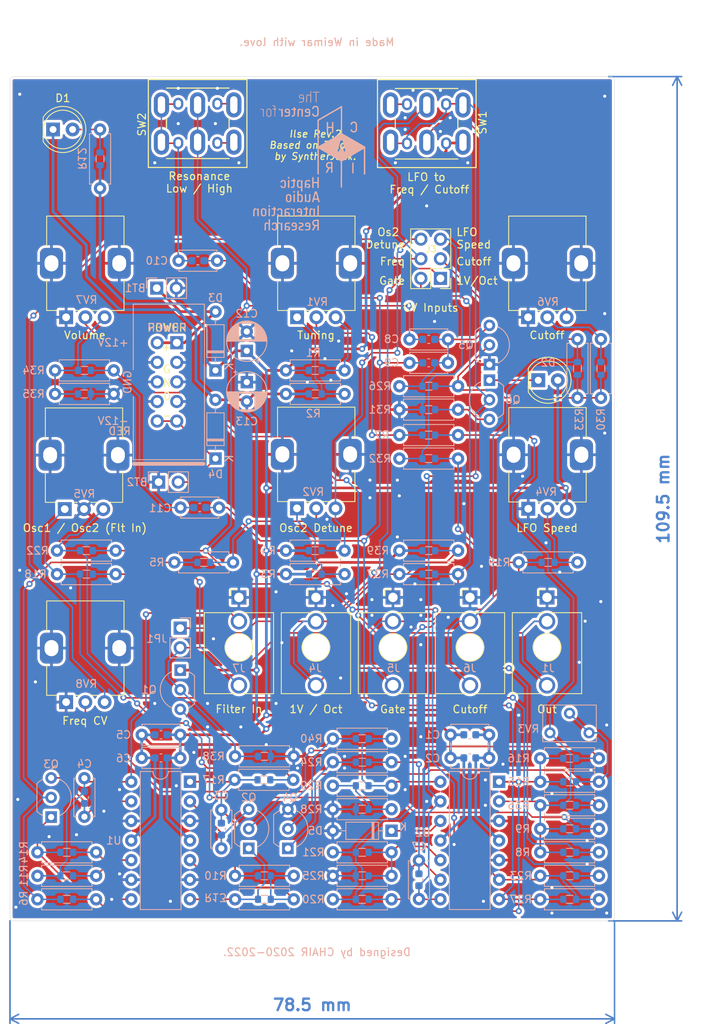
<source format=kicad_pcb>
(kicad_pcb (version 20211014) (generator pcbnew)
  (title_block (title "Ilse") (date "2022-11-23") (rev "2") (company "The Center for Haptic Audio Interaction Research") (comment 1 "License: CC BY-NC-SA") (comment 2 "Based on Totoro by Syntherjack") (comment 3 "Clemens Wegener"))
  (layers (0 "F.Cu" signal) (31 "B.Cu" signal) (34 "B.Paste" user) (35 "F.Paste" user) (36 "B.SilkS" user "B.Silkscreen") (37 "F.SilkS" user "F.Silkscreen") (38 "B.Mask" user) (39 "F.Mask" user) (44 "Edge.Cuts" user))
  (net 0 "")
  (net 1 "Net-(BT1-Pad1)")
  (net 2 "GND")
  (net 3 "Net-(BT2-Pad2)")
  (net 4 "VSS")
  (net 5 "VCC")
  (net 6 "Net-(C3-Pad2)")
  (net 7 "Net-(C3-Pad1)")
  (net 8 "Net-(C4-Pad2)")
  (net 9 "Net-(C4-Pad1)")
  (net 10 "Net-(C7-Pad2)")
  (net 11 "Net-(C7-Pad1)")
  (net 12 "Net-(C8-Pad2)")
  (net 13 "Net-(C8-Pad1)")
  (net 14 "Net-(C10-Pad2)")
  (net 15 "Net-(C10-Pad1)")
  (net 16 "Net-(C11-Pad2)")
  (net 17 "Net-(D1-Pad2)")
  (net 18 "Net-(D2-Pad1)")
  (net 19 "GATE")
  (net 20 "Net-(Q1-Pad3)")
  (net 21 "Net-(Q2-Pad1)")
  (net 22 "Net-(Q2-Pad2)")
  (net 23 "Net-(Q3-Pad1)")
  (net 24 "Net-(Q3-Pad2)")
  (net 25 "Net-(Q4-Pad1)")
  (net 26 "Net-(Q6-Pad3)")
  (net 27 "Net-(R1-Pad1)")
  (net 28 "Net-(R2-Pad2)")
  (net 29 "Net-(R4-Pad2)")
  (net 30 "Net-(R5-Pad2)")
  (net 31 "Net-(R7-Pad2)")
  (net 32 "Net-(R21-Pad1)")
  (net 33 "Net-(R30-Pad1)")
  (net 34 "Net-(RV6-Pad3)")
  (net 35 "1V{slash}Oct")
  (net 36 "Net-(Q5-Pad2)")
  (net 37 "Osc 2 Detune")
  (net 38 "Net-(R19-Pad2)")
  (net 39 "LFO Speed")
  (net 40 "Filter Cutoff")
  (net 41 "Net-(R36-Pad2)")
  (net 42 "Freq CV")
  (net 43 "Net-(JP1-Pad2)")
  (net 44 "Net-(J1-PadT)")
  (net 45 "Net-(J7-PadT)")
  (net 46 "Net-(Q4-Pad2)")
  (net 47 "Net-(R29-Pad1)")
  (net 48 "Net-(D5-Pad1)")
  (net 49 "Net-(R15-Pad1)")
  (net 50 "Net-(R36-Pad1)")
  (net 51 "Net-(R10-Pad1)")
  (net 52 "Net-(R11-Pad1)")
  (net 53 "Net-(R15-Pad2)")
  (net 54 "Net-(R17-Pad1)")
  (net 55 "Net-(R18-Pad1)")
  (net 56 "Net-(R19-Pad1)")
  (net 57 "Net-(R34-Pad1)")
  (footprint "CHAIR:Jack_3.5mm_QingPu_WQP-WQP518MA" (layer "F.Cu") (at 122.229914 103.858638)
    (fp_text reference "J7")
    (fp_text value "Filter In")
  )
  (footprint "CHAIR:Potentiometer_Alps_RK09K_Single_Vertical" (layer "F.Cu") (at 99.62 92.41 90)
    (fp_text reference "RV5")
    (fp_text value "100kB")
  )
  (footprint "CHAIR:Potentiometer_Alps_RK09K_Single_Vertical" (layer "F.Cu") (at 99.795 117.435 90)
    (fp_text reference "RV8")
    (fp_text value "100kB")
  )
  (footprint "Connector_PinHeader_2.54mm:PinHeader_2x03_P2.54mm_Vertical" (layer "F.Cu") (at 148.398 62.488 180)
    (fp_text reference "J3")
    (fp_text value "CV Inputs")
  )
  (footprint "hybrid:Switch_DPDT_(Hybrid Miniature-SubMiniature)" (layer "F.Cu") (at 151.32 44.8345 90)
    (fp_text reference "SW1")
    (fp_text value "LFO to Filter / Freq CV" hide)
  )
  (footprint "CHAIR:Potentiometer_Alps_RK09K_Single_Vertical" (layer "F.Cu") (at 129.77 92.31 90)
    (fp_text reference "RV2")
    (fp_text value "100kB")
  )
  (footprint "CHAIR:Potentiometer_Alps_RK09K_Single_Vertical" (layer "F.Cu") (at 159.795 92.36 90)
    (fp_text reference "RV4")
    (fp_text value "100kB")
  )
  (footprint "CHAIR:Potentiometer_Alps_RK09K_Single_Vertical" (layer "F.Cu") (at 159.77 67.535 90)
    (fp_text reference "RV6")
    (fp_text value "100kB")
  )
  (footprint "CHAIR:Potentiometer_Alps_RK09K_Single_Vertical" (layer "F.Cu") (at 99.795 67.535 90)
    (fp_text reference "RV7")
    (fp_text value "100kB")
  )
  (footprint "hybrid:Switch_DPDT_(Hybrid Miniature-SubMiniature)" (layer "F.Cu") (at 112.17 39.997 -90)
    (fp_text reference "SW2")
    (fp_text value "Resonance" hide)
  )
  (footprint "CHAIR:Potentiometer_Alps_RK09K_Single_Vertical" (layer "F.Cu") (at 129.7825 67.535 90)
    (fp_text reference "RV1")
    (fp_text value "5kB")
  )
  (footprint "CHAIR:Jack_3.5mm_QingPu_WQP-WQP518MA" (layer "F.Cu") (at 132.229914 103.858638)
    (fp_text reference "J4")
    (fp_text value "1V/Oct")
  )
  (footprint "LED_THT:LED_D5.0mm" (layer "F.Cu") (at 98.101 43.184)
    (fp_text reference "D1")
    (fp_text value "LED Superbright")
  )
  (footprint "LED_THT:LED_D5.0mm" (layer "F.Cu") (at 161.093 75.6974)
    (fp_text reference "D2")
    (fp_text value "LED Superbright")
  )
  (footprint "CHAIR:Jack_3.5mm_QingPu_WQP-WQP518MA" (layer "F.Cu") (at 142.229914 103.858638)
    (fp_text reference "J5")
    (fp_text value "Gate")
  )
  (footprint "CHAIR:Jack_3.5mm_QingPu_WQP-WQP518MA" (layer "F.Cu") (at 162.229914 103.858638)
    (fp_text reference "J1")
    (fp_text value "OUT")
  )
  (footprint "CHAIR:Jack_3.5mm_QingPu_WQP-WQP518MA" (layer "F.Cu") (at 152.229914 103.858638)
    (fp_text reference "J6")
    (fp_text value "Cutoff")
  )
  (footprint "Capacitor_THT:CP_Radial_D5.0mm_P2.50mm" (layer "B.Cu") (at 123.252 71.886 90)
    (fp_text reference "C12")
    (fp_text value "10u")
  )
  (footprint "Connector_PinHeader_2.54mm:PinHeader_1x02_P2.54mm_Vertical" (layer "B.Cu") (at 111.563 63.758 -90)
    (fp_text reference "BT1")
    (fp_text value "9 V")
  )
  (footprint "Capacitor_THT:CP_Radial_D5.0mm_P2.50mm" (layer "B.Cu") (at 123.252 75.95 -90)
    (fp_text reference "C13")
    (fp_text value "10u")
  )
  (footprint "hybrid:R (hybrid SMD-THT)" (layer "B.Cu") (at 161.352 130.814)
    (fp_text reference "R36")
    (fp_text value "100k")
  )
  (footprint "hybrid:R (hybrid SMD-THT)" (layer "B.Cu") (at 150.684 79.506 180)
    (fp_text reference "R31")
    (fp_text value "2k2")
  )
  (footprint "Package_DIP:DIP-14_W7.62mm" (layer "B.Cu") (at 156.008 127.761 180)
    (fp_text reference "U2")
    (fp_text value "TL074")
  )
  (footprint "hybrid:R (hybrid SMD-THT)" (layer "B.Cu") (at 150.684 85.856 180)
    (fp_text reference "R32")
    (fp_text value "10k")
  )
  (footprint "hybrid:R (hybrid SMD-THT)" (layer "B.Cu") (at 166.178 70.362 -90)
    (fp_text reference "R33")
    (fp_text value "10k")
  )
  (footprint "hybrid:R (hybrid SMD-THT)" (layer "B.Cu") (at 98.36 74.426)
    (fp_text reference "R34")
    (fp_text value "4k7")
  )
  (footprint "hybrid:R (hybrid SMD-THT)" (layer "B.Cu") (at 105.98 77.474 180)
    (fp_text reference "R35")
    (fp_text value "1k")
  )
  (footprint "hybrid:R (hybrid SMD-THT)" (layer "B.Cu") (at 121.728 124.464)
    (fp_text reference "R38")
    (fp_text value "100k")
  )
  (footprint "hybrid:R (hybrid SMD-THT)" (layer "B.Cu") (at 143.064 97.794)
    (fp_text reference "R39")
    (fp_text value "100k")
  )
  (footprint "hybrid:R (hybrid SMD-THT)" (layer "B.Cu") (at 143.064 100.842)
    (fp_text reference "R37")
    (fp_text value "47k")
  )
  (footprint "Package_DIP:DIP-14_W7.62mm" (layer "B.Cu") (at 115.876 127.761 180)
    (fp_text reference "U1")
    (fp_text value "TL074")
  )
  (footprint "Potentiometer_THT:Potentiometer_Bourns_3266W_Vertical" (layer "B.Cu") (at 167.6919 121.4174)
    (fp_text reference "RV3")
    (fp_text value "500")
  )
  (footprint "hybrid:R (hybrid SMD-THT)" (layer "B.Cu") (at 96.074 143.006)
    (fp_text reference "R6")
    (fp_text value "1k")
  )
  (footprint "hybrid:R (hybrid SMD-THT)" (layer "B.Cu") (at 98.614 100.842)
    (fp_text reference "R18")
    (fp_text value "100k")
  )
  (footprint "CHAIR:Euro_Header_10-pin_TH" (layer "B.Cu") (at 114.0602 70.8363 180)
    (fp_text reference "J2" hide)
    (fp_text value "EURO RACK POWER")
  )
  (footprint "hybrid:R (hybrid SMD-THT)" (layer "B.Cu") (at 129.285 127.5113 180)
    (fp_text reference "R17")
    (fp_text value "100k")
  )
  (footprint "Connector_PinHeader_2.54mm:PinHeader_1x02_P2.54mm_Vertical" (layer "B.Cu") (at 114.6059 107.838638 180)
    (fp_text reference "JP1")
    (fp_text value "Freq Gate")
  )
  (footprint "hybrid:R (hybrid SMD-THT)" (layer "B.Cu") (at 121.728 143.006)
    (fp_text reference "R13")
    (fp_text value "100k")
  )
  (footprint "Connector_PinHeader_2.54mm:PinHeader_1x02_P2.54mm_Vertical" (layer "B.Cu") (at 111.8069 88.9054 -90)
    (fp_text reference "BT2")
    (fp_text value "9 V")
  )
  (footprint "CHAIR:CHAIR_logo_silkscreen" (layer "B.Cu") (at 131.3699 47.2494 180)
    (fp_text reference "LOGO1" hide)
    (fp_text value "CHAIR-LOGO" hide)
  )
  (footprint "hybrid:R (hybrid SMD-THT)" (layer "B.Cu") (at 168.972 124.718 180)
    (fp_text reference "R16")
    (fp_text value "1k")
  )
  (footprint "hybrid:R (hybrid SMD-THT)" (layer "B.Cu") (at 106.234 97.794 180)
    (fp_text reference "R22")
    (fp_text value "47k")
  )
  (footprint "hybrid:R (hybrid SMD-THT)" (layer "B.Cu") (at 96.074 136.91)
    (fp_text reference "R14")
    (fp_text value "100k")
  )
  (footprint "hybrid:R (hybrid SMD-THT)" (layer "B.Cu") (at 113.854 99.318)
    (fp_text reference "R5")
    (fp_text value "1k")
  )
  (footprint "hybrid:R (hybrid SMD-THT)" (layer "B.Cu") (at 103.694 139.958 180)
    (fp_text reference "R11")
    (fp_text value "47k")
  )
  (footprint "hybrid:R (hybrid SMD-THT)" (layer "B.Cu") (at 129.348 139.958 180)
    (fp_text reference "R10")
    (fp_text value "47k")
  )
  (footprint "hybrid:C_Disc_(hybrid SMD-THT)_P5.00mm-0604" (layer "B.Cu") (at 102.17 132.298 90)
    (fp_text reference "C4")
    (fp_text value "10n")
  )
  (footprint "hybrid:C_Disc_(hybrid SMD-THT)_P5.00mm-0604" (layer "B.Cu") (at 149.374 73.442 180)
    (fp_text reference "C9")
    (fp_text value "47n")
  )
  (footprint "hybrid:C_Disc_(hybrid SMD-THT)_P5.00mm-0604" (layer "B.Cu") (at 154.708 121.67 180)
    (fp_text reference "C1")
    (fp_text value "1u")
  )
  (footprint "hybrid:C_Disc_(hybrid SMD-THT)_P5.00mm-0604" (layer "B.Cu") (at 154.708 124.67 180)
    (fp_text reference "C2")
    (fp_text value "0.1u")
  )
  (footprint "hybrid:C_Disc_(hybrid SMD-THT)_P5.00mm-0604" (layer "B.Cu") (at 114.616 121.67 180)
    (fp_text reference "C5")
    (fp_text value "1u")
  )
  (footprint "hybrid:C_Disc_(hybrid SMD-THT)_P5.00mm-0604" (layer "B.Cu") (at 114.616 124.67 180)
    (fp_text reference "C6")
    (fp_text value "0.1u")
  )
  (footprint "hybrid:R (hybrid SMD-THT)" (layer "B.Cu") (at 150.684 82.808 180)
    (fp_text reference "R7")
    (fp_text value "22k")
  )
  (footprint "hybrid:C_Disc_(hybrid SMD-THT)_P5.00mm-0604" (layer "B.Cu") (at 119.95 136.402 90)
    (fp_text reference "C3")
    (fp_text value "10n")
  )
  (footprint "hybrid:R (hybrid SMD-THT)" (layer "B.Cu") (at 135.952 74.426 180)
    (fp_text reference "R1")
    (fp_text value "4k7")
  )
  (footprint "hybrid:C_Disc_(hybrid SMD-THT)_P5.00mm-0604" (layer "B.Cu") (at 145.604 137.966 -90)
    (fp_text reference "C7")
    (fp_text value "47n")
  )
  (footprint "hybrid:C_Disc_(hybrid SMD-THT)_P5.00mm-0604" (layer "B.Cu") (at 144.374 70.41)
    (fp_text reference "C8")
    (fp_text value "47n")
  )
  (footprint "hybrid:R (hybrid SMD-THT)" (layer "B.Cu") (at 135.952 97.794 180)
    (fp_text reference "R3")
    (fp_text value "100k")
  )
  (footprint "Package_TO_SOT_THT:TO-92_Inline_Wide" (layer "B.Cu") (at 123.506 136.402 90)
    (fp_text reference "Q2")
    (fp_text value "BC559")
  )
  (footprint "hybrid:C_Disc_(hybrid SMD-THT)_P5.00mm-0604" (layer "B.Cu") (at 114.402 60.202)
    (fp_text reference "C10")
    (fp_text value "1n")
  )
  (footprint "hybrid:C_Disc_(hybrid SMD-THT)_P5.00mm-0604" (layer "B.Cu") (at 119.6459 92.2074 180)
    (fp_text reference "C11")
    (fp_text value "1u")
  )
  (footprint "Package_TO_SOT_THT:TO-92_Inline_Wide" (layer "B.Cu") (at 97.852 132.338 90)
    (fp_text reference "Q3")
    (fp_text value "BC559")
  )
  (footprint "Package_TO_SOT_THT:TO-92_Inline_Wide" (layer "B.Cu") (at 154.748 73.664 90)
    (fp_text reference "Q5")
    (fp_text value "BC548")
  )
  (footprint "Package_TO_SOT_THT:TO-92_Inline_Wide" (layer "B.Cu") (at 114.616 113.288 -90)
    (fp_text reference "Q1")
    (fp_text value "BC559")
  )
  (footprint "Package_TO_SOT_THT:TO-92_Inline_Wide" (layer "B.Cu") (at 128.586 136.402 90)
    (fp_text reference "Q4")
    (fp_text value "BC548")
  )
  (footprint "Package_TO_SOT_THT:TO-92_Inline_Wide" (layer "B.Cu") (at 154.748 75.696 -90)
    (fp_text reference "Q6")
    (fp_text value "BC548")
  )
  (footprint "hybrid:R (hybrid SMD-THT)" (layer "B.Cu") (at 128.332 77.474)
    (fp_text reference "R2")
    (fp_text value "47k")
  )
  (footprint "hybrid:R (hybrid SMD-THT)" (layer "B.Cu") (at 128.332 100.842)
    (fp_text reference "R4")
    (fp_text value "100k")
  )
  (footprint "hybrid:R (hybrid SMD-THT)" (layer "B.Cu") (at 161.352 133.862)
    (fp_text reference "R9")
    (fp_text value "1k")
  )
  (footprint "hybrid:R (hybrid SMD-THT)" (layer "B.Cu") (at 142.048 131.322 180)
    (fp_text reference "R28")
    (fp_text value "100k")
  )
  (footprint "hybrid:R (hybrid SMD-THT)" (layer "B.Cu") (at 161.352 127.766)
    (fp_text reference "R15")
    (fp_text value "1.5k")
  )
  (footprint "hybrid:R (hybrid SMD-THT)" (layer "B.Cu") (at 104.202 50.804 90)
    (fp_text reference "R12")
    (fp_text value "4k7")
  )
  (footprint "hybrid:R (hybrid SMD-THT)" (layer "B.Cu") (at 142.048 136.91 180)
    (fp_text reference "R21")
    (fp_text value "47k")
  )
  (footprint "hybrid:R (hybrid SMD-THT)" (layer "B.Cu") (at 161.352 143.006)
    (fp_text reference "R27")
    (fp_text value "100k")
  )
  (footprint "hybrid:R (hybrid SMD-THT)" (layer "B.Cu") (at 161.352 139.958)
    (fp_text reference "R23")
    (fp_text value "47k")
  )
  (footprint "hybrid:R (hybrid SMD-THT)" (layer "B.Cu") (at 134.428 139.958)
    (fp_text reference "R25")
    (fp_text value "100k")
  )
  (footprint "hybrid:R (hybrid SMD-THT)" (layer "B.Cu") (at 143.064 76.474)
    (fp_text reference "R26")
    (fp_text value "10k")
  )
  (footprint "hybrid:R (hybrid SMD-THT)" (layer "B.Cu") (at 134.428 125.226)
    (fp_text reference "R24")
    (fp_text value "100k")
  )
  (footprint "hybrid:R (hybrid SMD-THT)" (layer "B.Cu") (at 142.048 128.274 180)
    (fp_text reference "R29")
    (fp_text value "47k")
  )
  (footprint "hybrid:R (hybrid SMD-THT)" (layer "B.Cu") (at 169.226 70.362 -90)
    (fp_text reference "R30")
    (fp_text value "10k")
  )
  (footprint "hybrid:R (hybrid SMD-THT)" (layer "B.Cu") (at 158.558 99.318)
    (fp_text reference "R19")
    (fp_text value "10k")
  )
  (footprint "hybrid:R (hybrid SMD-THT)" (layer "B.Cu") (at 142.048 143.006 180)
    (fp_text reference "R20")
    (fp_text value "100k")
  )
  (footprint "hybrid:R (hybrid SMD-THT)" (layer "B.Cu") (at 161.352 136.91)
    (fp_text reference "R8")
    (fp_text value "100k")
  )
  (footprint "hybrid:R (hybrid SMD-THT)" (layer "B.Cu") (at 142.048 122.178 180)
    (fp_text reference "R40")
    (fp_text value "10k")
  )
  (footprint "Diode_THT:D_DO-35_SOD27_P7.62mm_Horizontal" (layer "B.Cu") (at 119.188 74.426 90)
    (fp_text reference "D3")
    (fp_text value "1N5819")
  )
  (footprint "Diode_THT:D_DO-35_SOD27_P7.62mm_Horizontal" (layer "B.Cu") (at 119.188 85.856 90)
    (fp_text reference "D4")
    (fp_text value "1N5819")
  )
  (footprint "Diode_THT:D_DO-35_SOD27_P7.62mm_Horizontal" (layer "B.Cu") (at 142.048 134.116 180)
    (fp_text reference "D5")
    (fp_text value "1N5819")
  )
  (gr_line (start 170.9939 145.2934) (end 170.9939 36.8354) (layer "Edge.Cuts") (width 0.05))
  (gr_line (start 93.0159 145.8014) (end 170.4859 145.8014) (layer "Edge.Cuts") (width 0.05))
  (gr_line (start 92.5079 145.2934) (end 92.5079 36.8354) (layer "Edge.Cuts") (width 0.05))
  (gr_line (start 170.4859 36.3274) (end 93.0159 36.3274) (layer "Edge.Cuts") (width 0.05))
  (gr_arc (start 170.9939 145.2934) (mid 170.84511 145.65261) (end 170.4859 145.8014) (layer "Edge.Cuts") (width 0.05))
  (gr_arc (start 92.5079 36.8354) (mid 92.65669 36.47619) (end 93.0159 36.3274) (layer "Edge.Cuts") (width 0.05))
  (gr_arc (start 170.4859 36.3274) (mid 170.84511 36.47619) (end 170.9939 36.8354) (layer "Edge.Cuts") (width 0.05))
  (gr_arc (start 93.0159 145.8014) (mid 92.65669 145.65261) (end 92.5079 145.2934) (layer "Edge.Cuts") (width 0.05))
  (gr_text "Made in Weimar with love." (at 132.349914 31.858638) (layer "B.SilkS") (effects (font (size 1 1)) (justify mirror)))
  (gr_text "Designed by CHAIR 2020-2022." (at 132.349914 149.858638) (layer "B.SilkS") (effects (font (size 1 1)) (justify mirror)))
  (gr_text "Ilse Rev.2\nBased on Totoro \nby SyntherJack." (at 132.142 45.216) (layer "F.SilkS") (effects (font (size 0.9 0.9) (thickness 0.15) italic)))
  (gr_text "Filter In" (at 122.229914 118.338638) (layer "F.SilkS") (effects (font (size 1 1))))
  (gr_text "Resonance\nLow / High" (at 117.095 50.042) (layer "F.SilkS") (effects (font (size 1 1))))
  (gr_text "Cutoff" (at 162.229914 69.858638) (layer "F.SilkS") (effects (font (size 1 1))))
  (gr_text "LFO Speed" (at 162.229914 94.858638) (layer "F.SilkS") (effects (font (size 1 1))))
  (gr_text "Gate" (at 142.229914 118.358638) (layer "F.SilkS") (effects (font (size 1 1))))
  (gr_text "Cutoff" (at 152.229914 118.358638) (layer "F.SilkS") (effects (font (size 1 1))))
  (gr_text "Volume" (at 102.229914 69.858638) (layer "F.SilkS") (effects (font (size 1 1))))
  (gr_text "LFO to \nFreq / Cutoff" (at 146.945 50.1595) (layer "F.SilkS") (effects (font (size 1 1))))
  (gr_text "Osc1 / Osc2 (Flt In)" (at 102.229914 94.858638) (layer "F.SilkS") (effects (font (size 1 1))))
  (gr_text "1V / Oct" (at 132.229914 118.358638) (layer "F.SilkS") (effects (font (size 1 1))))
  (gr_text "Osc2 Detune" (at 132.229914 94.858638) (layer "F.SilkS") (effects (font (size 1 1))))
  (gr_text "Tuning" (at 132.229914 69.858638) (layer "F.SilkS") (effects (font (size 1 1))))
  (gr_text "Gate" (at 143.878 62.798) (layer "F.SilkS") (effects (font (size 1 1)) (justify right)))
  (gr_text "Os2 \nDetune" (at 143.878 57.298) (layer "F.SilkS") (effects (font (size 1 1)) (justify right)))
  (gr_text "Cutoff" (at 150.378 60.298) (layer "F.SilkS") (effects (font (size 1 1)) (justify left)))
  (gr_text "1V/Oct" (at 150.378 62.798) (layer "F.SilkS") (effects (font (size 1 1)) (justify left)))
  (gr_text "Out" (at 162.229914 118.358638) (layer "F.SilkS") (effects (font (size 1 1))))
  (gr_text "Freq" (at 143.878 60.298) (layer "F.SilkS") (effects (font (size 1 1)) (justify right)))
  (gr_text "LFO\nSpeed" (at 150.378 57.298) (layer "F.SilkS") (effects (font (size 1 1)) (justify left)))
  (gr_text "CV Inputs" (at 147.128 66.298) (layer "F.SilkS") (effects (font (size 1 1))))
  (gr_text "Freq CV" (at 102.229914 119.858638) (layer "F.SilkS") (effects (font (size 1 1))))
  (dimension (type orthogonal) (layer "B.Cu") (pts (xy 169.7239 145.8014) (xy 169.7239 36.3274)) (height 9.398) (orientation 1) (gr_text "109.5 mm" (at 177.3219 91.0644 90) (layer "B.Cu") (effects (font (size 1.5 1.5) (thickness 0.3)))) (format (units 2) (units_format 1) (precision 1) suppress_zeroes) (style (thickness 0.2) (arrow_length 1.27) (text_position_mode 0) (extension_height 0.58642) (extension_offset 0.5) keep_text_aligned))
  (dimension (type orthogonal) (layer "B.Cu") (pts (xy 92.5079 145.2934) (xy 170.9939 145.2934)) (height 13.208) (orientation 0) (gr_text "78.5 mm" (at 131.7509 156.7014) (layer "B.Cu") (effects (font (size 1.5 1.5) (thickness 0.3)))) (format (units 2) (units_format 1) (precision 1) suppress_zeroes) (style (thickness 0.2) (arrow_length 1.27) (text_position_mode 0) (extension_height 0.58642) (extension_offset 0.5) keep_text_aligned))
  (segment (start 119.188 66.806) (end 115.1577 70.8363) (width 0.35) (layer "F.Cu") (net 1))
  (segment (start 111.6218 70.8363) (end 114.1618 70.8363) (width 0.35) (layer "F.Cu") (net 1))
  (segment (start 115.1577 70.8363) (end 114.1618 70.8363) (width 0.35) (layer "F.Cu") (net 1))
  (segment (start 119.188 66.806) (end 114.611 66.806) (width 0.35) (layer "F.Cu") (net 1))
  (segment (start 114.611 66.806) (end 111.563 63.758) (width 0.35) (layer "F.Cu") (net 1))
  (via (at 147.6259 68.0774) (size 0.8) (drill 0.4) (layers "F.Cu" "B.Cu") (net 2))
  (via (at 154.2299 127.5134) (size 0.8) (drill 0.4) (layers "F.Cu" "B.Cu") (net 2))
  (via (at 93.7779 38.6134) (size 0.8) (drill 0.4) (layers "F.Cu" "B.Cu") (net 2))
  (via (at 145.8479 121.9254) (size 0.8) (drill 0.4) (layers "F.Cu" "B.Cu") (net 2))
  (via (at 111.3039 47.5034) (size 0.8) (drill 0.4) (layers "F.Cu" "B.Cu") (net 2))
  (via (at 148.3879 43.4394) (size 0.8) (drill 0.4) (layers "F.Cu" "B.Cu") (net 2))
  (via (at 104.6999 131.5774) (size 0.8) (drill 0.4) (layers "F.Cu" "B.Cu") (net 2))
  (via (at 119.4319 37.8514) (size 0.8) (drill 0.4) (layers "F.Cu" "B.Cu") (net 2))
  (via (at 143.8159 128.7834) (size 0.8) (drill 0.4) (layers "F.Cu" "B.Cu") (net 2))
  (via (at 105.7159 143.0074) (size 0.8) (drill 0.4) (layers "F.Cu" "B.Cu") (net 2))
  (via (at 127.0519 117.6074) (size 0.8) (drill 0.4) (layers "F.Cu" "B.Cu") (net 2))
  (via (at 125.7819 122.9414) (size 0.8) (drill 0.4) (layers "F.Cu" "B.Cu") (net 2))
  (via (at 133.4019 72.9034) (size 0.8) (drill 0.4) (layers "F.Cu" "B.Cu") (net 2))
  (via (at 154.2299 130.8154) (size 0.8) (drill 0.4) (layers "F.Cu" "B.Cu") (net 2))
  (via (at 151.4359 91.6994) (size 0.8) (drill 0.4) (layers "F.Cu" "B.Cu") (net 2))
  (via (at 148.3879 38.1054) (size 0.8) (drill 0.4) (layers "F.Cu" "B.Cu") (net 2))
  (via (at 135.9419 124.4654) (size 0.8) (drill 0.4) (layers "F.Cu" "B.Cu") (net 2))
  (via (at 136.1959 103.3834) (size 0.8) (drill 0.4) (layers "F.Cu" "B.Cu") (net 2))
  (via (at 129.8459 125.9894) (size 0.8) (drill 0.4) (layers "F.Cu" "B.Cu") (net 2))
  (via (at 118.1619 117.6074) (size 0.8) (drill 0.4) (layers "F.Cu" "B.Cu") (net 2))
  (via (at 114.0979 128.2754) (size 0.8) (drill 0.4) (layers "F.Cu" "B.Cu") (net 2))
  (via (at 139.4979 104.1454) (size 0.8) (drill 0.4) (layers "F.Cu" "B.Cu") (net 2))
  (via (at 169.9779 120.4014) (size 0.8) (drill 0.4) (layers "F.Cu" "B.Cu") (net 2))
  (via (at 144.8319 38.1054) (size 0.8) (drill 0.4) (layers "F.Cu" "B.Cu") (net 2))
  (via (at 93.2699 144.0234) (size 0.8) (drill 0.4) (layers "F.Cu" "B.Cu") (net 2))
  (via (at 122.4799 120.6554) (size 0.8) (drill 0.4) (layers "F.Cu" "B.Cu") (net 2))
  (via (at 163.8819 100.5894) (size 0.8) (drill 0.4) (layers "F.Cu" "B.Cu") (net 2))
  (via (at 143.8159 43.1854) (size 0.8) (drill 0.4) (layers "F.Cu" "B.Cu") (net 2))
  (via (at 135.4339 114.3054) (size 0.8) (drill 0.4) (layers "F.Cu" "B.Cu") (net 2))
  (via (at 169.7239 82.5554) (size 0.8) (drill 0.4) (layers "F.Cu" "B.Cu") (net 2))
  (via (at 169.2159 104.3994) (size 0.8) (drill 0.4) (layers "F.Cu" "B.Cu") (net 2))
  (via (at 118.9239 109.2254) (size 0.8) (drill 0.4) (layers "F.Cu" "B.Cu") (net 2))
  (via (at 118.1619 120.6554) (size 0.8) (drill 0.4) (layers "F.Cu" "B.Cu") (net 2))
  (via (at 146.6099 130.3074) (size 0.8) (drill 0.4) (layers "F.Cu" "B.Cu") (net 2))
  (via (at 169.9779 144.7854) (size 0.8) (drill 0.4) (layers "F.Cu" "B.Cu") (net 2))
  (via (at 145.8479 109.9874) (size 0.8) (drill 0.4) (layers "F.Cu" "B.Cu") (net 2))
  (via (at 93.7779 100.3354) (size 0.8) (drill 0.4) (layers "F.Cu" "B.Cu") (net 2))
  (via (at 167.4379 138.4354) (size 0.8) (drill 0.4) (layers "F.Cu" "B.Cu") (net 2))
  (via (at 149.6579 41.6614) (size 0.8) (drill 0.4) (layers "F.Cu" "B.Cu") (net 2))
  (via (at 119.1779 42.4234) (size 0.8) (drill 0.4) (layers "F.Cu" "B.Cu") (net 2))
  (via (at 151.9439 47.5034) (size 0.8) (drill 0.4) (layers "F.Cu" "B.Cu") (net 2))
  (via (at 95.8099 114.8134) (size 0.8) (drill 0.4) (layers "F.Cu" "B.Cu") (net 2))
  (via (at 142.7999 88.6514) (size 0.8) (drill 0.4) (layers "F.Cu" "B.Cu") (net 2))
  (via (at 169.7239 67.0614) (size 0.8) (drill 0.4) (layers "F.Cu" "B.Cu") (net 2))
  (via (at 131.1159 75.9514) (size 0.8) (drill 0.4) (layers "F.Cu" "B.Cu") (net 2))
  (via (at 148.1339 102.1134) (size 0.8) (drill 0.4) (layers "F.Cu" "B.Cu") (net 2))
  (via (at 156.5159 125.4814) (size 0.8) (drill 0.4) (layers "F.Cu" "B.Cu") (net 2))
  (via (at 150.1659 135.8954) (size 0.8) (drill 0.4) (layers "F.Cu" "B.Cu") (net 2))
  (via (at 162.8659 129.2914) (size 0.8) (drill 0.4) (layers "F.Cu" "B.Cu") (net 2))
  (via (at 135.1799 70.6174) (size 0.8) (drill 0.4) (layers "F.Cu" "B.Cu") (net 2))
  (via (at 167.4379 135.3874) (size 0.8) (drill 0.4) (layers "F.Cu" "B.Cu") (net 2))
  (via (at 144.5779 107.7014) (size 0.8) (drill 0.4) (layers "F.Cu" "B.Cu") (net 2))
  (via (at 106.7319 128.7834) (size 0.8) (drill 0.4) (layers "F.Cu" "B.Cu") (net 2))
  (via (at 146.6099 53.0914) (size 0.8) (drill 0.4) (layers "F.Cu" "B.Cu") (net 2))
  (via (at 113.3359 143.2614) (size 0.8) (drill 0.4) (layers "F.Cu" "B.Cu") (net 2))
  (via (at 97.5879 134.8794) (size 0.8) (drill 0.4) (layers "F.Cu" "B.Cu") (net 2))
  (via (at 153.9759 143.2614) (size 0.8) (drill 0.4) (layers "F.Cu" "B.Cu") (net 2))
  (via (at 129.0839 71.8874) (size 0.8) (drill 0.4) (layers "F.Cu" "B.Cu") (net 2))
  (via (at 167.1839 106.9394) (size 0.8) (drill 0.4) (layers "F.Cu" "B.Cu") (net 2))
  (via (at 162.8659 141.4834) (size 0.8) (drill 0.4) (layers "F.Cu" "B.Cu") (net 2))
  (via (at 139.2439 90.9374) (size 0.8) (drill 0.4) (layers "F.Cu" "B.Cu") (net 2))
  (via (at 143.8159 124.4654) (size 0.8) (drill 0.4) (layers "F.Cu" "B.Cu") (net 2))
  (via (at 139.4979 106.1774) (size 0.8) (drill 0.4) (layers "F.Cu" "B.Cu") (net 2))
  (via (at 100.3819 102.6214) (size 0.8) (drill 0.4) (layers "F.Cu" "B.Cu") (net 2))
  (via (at 122.2259 47.5034) (size 0.8) (drill 0.4) (layers "F.Cu" "B.Cu") (net 2))
  (via (at 134.4179 104.9074) (size 0.8) (drill 0.4) (layers "F.Cu" "B.Cu") (net 2))
  (via (at 149.4039 106.4314) (size 0.8) (drill 0.4) (layers "F.Cu" "B.Cu") (net 2))
  (via (at 143.8159 41.6614) (size 0.8) (drill 0.4) (layers "F.Cu" "B.Cu") (net 2))
  (via (at 133.6559 93.7314) (size 0.8) (drill 0.4) (layers "F.Cu" "B.Cu") (net 2))
  (via (at 135.9419 125.9894) (size 0.8) (drill 0.4) (layers "F.Cu" "B.Cu") (net 2))
  (via (at 114.3519 37.8514) (size 0.8) (drill 0.4) (layers "F.Cu" "B.Cu") (net 2))
  (via (at 134.1639 75.6974) (size 0.8) (drill 0.4) (layers "F.Cu" "B.Cu") (net 2))
  (via (at 93.5239 130.0534) (size 0.8) (drill 0.4) (layers "F.Cu" "B.Cu") (net 2))
  (via (at 145.8479 106.1774) (size 0.8) (drill 0.4) (layers "F.Cu" "B.Cu") (net 2))
  (via (at 127.0519 103.1294) (size 0.8) (drill 0.4) (layers "F.Cu" "B.Cu") (net 2))
  (via (at 169.7239 38.8674) (size 0.8) (drill 0.4) (layers "F.Cu" "B.Cu") (net 2))
  (via (at 159.0559 88.1434) (size 0.8) (drill 0.4) (layers "F.Cu" "B.Cu") (net 2))
  (via (at 127.8139 109.7334) (size 0.8) (drill 0.4) (layers "F.Cu" "B.Cu") (net 2))
  (via (at 162.1039 96.7794) (size 0.8) (drill 0.4) (layers "F.Cu" "B.Cu") (net 2))
  (via (at 116.3839 123.9574) (size 0.8) (drill 0.4) (layers "F.Cu" "B.Cu") (net 2))
  (via (at 114.3519 42.4234) (size 0.8) (drill 0.4) (layers "F.Cu" "B.Cu") (net 2))
  (via (at 111.3039 117.6074) (size 0.8) (drill 0.4) (layers "F.Cu" "B.Cu") (net 2))
  (via (at 167.9459 126.2434) (size 0.8) (drill 0.4) (layers "F.Cu" "B.Cu") (net 2))
  (via (at 101.1439 134.6254) (size 0.8) (drill 0.4) (layers "F.Cu" "B.Cu") (net 2))
  (via (at 106.7319 139.7054) (size 0.8) (drill 0.4) (layers "F.Cu" "B.Cu") (net 2))
  (via (at 143.0539 90.6834) (size 0.8) (drill 0.4) (layers "F.Cu" "B.Cu") (net 2))
  (via (at 158.5479 119.1314) (size 0.8) (drill 0.4) (layers "F.Cu" "B.Cu") (net 2))
  (via (at 153.7219 99.8274) (size 0.8) (drill 0.4) (layers "F.Cu" "B.Cu") (net 2))
  (via (at 145.0859 102.1134) (size 0.8) (drill 0.4) (layers "F.Cu" "B.Cu") (net 2))
  (via (at 145.8479 104.1454) (size 0.8) (drill 0.4) (layers "F.Cu" "B.Cu") (net 2))
  (via (at 139.2439 88.6514) (size 0.8) (drill 0.4) (layers "F.Cu" "B.Cu") (net 2))
  (via (at 166.4219 112.2734) (size 0.8) (drill 0.4) (layers "F.Cu" "B.Cu") (net 2))
  (via (at 142.5459 47.5034) (size 0.8) (drill 0.4) (layers "F.Cu" "B.Cu") (net 2))
  (via (at 142.7999 96.0174) (size 0.8) (drill 0.4) (layers "F.Cu" "B.Cu") (net 2))
  (via (at 162.8659 144.7854) (size 0.8) (drill 0.4) (layers "F.Cu" "B.Cu") (net 2))
  (segment (start 119.0215 85.856) (end 119.188 85.856) (width 0.2032) (layer "F.Cu") (net 3))
  (segment (start 114.1618 80.9963) (end 119.0215 85.856) (width 0.2032) (layer "F.Cu") (net 3))
  (segment (start 116.1386 88.9054) (end 119.188 85.856) (width 0.2032) (layer "F.Cu") (net 3))
  (segment (start 114.357 88.9054) (end 116.1386 88.9054) (width 0.2032) (layer "F.Cu") (net 3))
  (segment (start 111.6218 80.9963) (end 114.1618 80.9963) (width 0.2032) (layer "F.Cu") (net 3))
  (segment (start 110.886 122.94) (end 109.616 121.67) (width 0.35) (layer "F.Cu") (net 4))
  (segment (start 124.522 113.2894) (end 124.5206 113.288) (width 0.35) (layer "F.Cu") (net 4))
  (segment (start 128.332 77.474) (end 124.228 77.474) (width 0.35) (layer "F.Cu") (net 4))
  (segment (start 131.3713 100.842) (end 132.8939 99.3194) (width 0.35) (layer "F.Cu") (net 4))
  (segment (start 125.792 120.908) (end 126.554 120.146) (width 0.35) (layer "F.Cu") (net 4))
  (segment (start 123.76 122.94) (end 110.886 122.94) (width 0.35) (layer "F.Cu") (net 4))
  (segment (start 125.792 120.908) (end 123.76 122.94) (width 0.35) (layer "F.Cu") (net 4))
  (segment (start 148.184 120.146) (end 149.708 121.67) (width 0.35) (layer "F.Cu") (net 4))
  (segment (start 124.522 100.842) (end 128.332 100.842) (width 0.35) (layer "F.Cu") (net 4))
  (segment (start 141.5386 99.3194) (end 143.064 97.794) (width 0.35) (layer "F.Cu") (net 4))
  (segment (start 132.8939 99.3194) (end 141.5386 99.3194) (width 0.35) (layer "F.Cu") (net 4))
  (segment (start 126.554 120.146) (end 148.184 120.146) (width 0.35) (layer "F.Cu") (net 4))
  (segment (start 124.228 77.474) (end 123.252 78.45) (width 0.35) (layer "F.Cu") (net 4))
  (segment (start 128.332 100.842) (end 131.3713 100.842) (width 0.35) (layer "F.Cu") (net 4))
  (segment (start 123.038 78.236) (end 123.252 78.45) (width 0.2032) (layer "F.Cu") (net 4))
  (segment (start 124.5206 113.288) (end 114.616 113.288) (width 0.35) (layer "F.Cu") (net 4))
  (segment (start 119.188 78.236) (end 123.038 78.236) (width 0.35) (layer "F.Cu") (net 4))
  (via (at 124.522 100.842) (size 0.8) (drill 0.4) (layers "F.Cu" "B.Cu") (net 4))
  (via (at 125.792 120.908) (size 0.8) (drill 0.4) (layers "F.Cu" "B.Cu") (net 4))
  (via (at 124.522 113.2894) (size 0.8) (drill 0.4) (layers "F.Cu" "B.Cu") (net 4))
  (segment (start 109.616 121.67) (end 109.616 124.67) (width 0.35) (layer "B.Cu") (net 4))
  (segment (start 124.522 119.638) (end 125.792 120.908) (width 0.35) (layer "B.Cu") (net 4))
  (segment (start 111.33822 124.668) (end 111.33822 132.29878) (width 0.35) (layer "B.Cu") (net 4))
  (segment (start 124.522 81.03) (end 124.522 100.842) (width 0.35) (layer "B.Cu") (net 4))
  (segment (start 151.43022 132.33878) (end 148.388 135.381) (width 0.35) (layer "B.Cu") (net 4))
  (segment (start 116.648 75.696) (end 116.648 69.092) (width 0.35) (layer "B.Cu") (net 4))
  (segment (start 123.252 79.76) (end 124.522 81.03) (width 0.35) (layer "B.Cu") (net 4))
  (segment (start 149.708 121.67) (end 149.708 124.67) (width 0.35) (layer "B.Cu") (net 4))
  (segment (start 116.648 69.092) (end 114.108 66.552) (width 0.35) (layer "B.Cu") (net 4))
  (segment (start 124.522 113.2894) (end 124.522 119.638) (width 0.35) (layer "B.Cu") (net 4))
  (segment (start 111.33822 132.29878) (end 108.256 135.381) (width 0.35) (layer "B.Cu") (net 4))
  (segment (start 106.742 66.552) (end 102.424 62.234) (width 0.35) (layer "B.Cu") (net 4))
  (segment (start 123.252 78.45) (end 123.252 79.76) (width 0.35) (layer "B.Cu") (net 4))
  (segment (start 124.522 100.842) (end 124.522 113.2894) (width 0.35) (layer "B.Cu") (net 4))
  (segment (start 102.424 62.234) (end 102.424 58.17) (width 0.35) (layer "B.Cu") (net 4))
  (segment (start 119.188 78.236) (end 116.648 75.696) (width 0.35) (layer "B.Cu") (net 4))
  (segment (start 98.101 53.847) (end 98.101 43.184) (width 0.35) (layer "B.Cu") (net 4))
  (segment (start 114.108 66.552) (end 106.742 66.552) (width 0.35) (layer "B.Cu") (net 4))
  (segment (start 102.424 58.17) (end 98.101 53.847) (width 0.35) (layer "B.Cu") (net 4))
  (segment (start 151.43022 124.668) (end 151.43022 132.33878) (width 0.35) (layer "B.Cu") (net 4))
  (segment (start 125.792 119.13) (end 152.168 119.13) (width 0.35) (layer "F.Cu") (net 5))
  (segment (start 121.728 71.886) (end 119.188 74.426) (width 0.35) (layer "F.Cu") (net 5))
  (segment (start 138.7359 56.3934) (end 149.1356 45.9937) (width 0.35) (layer "F.Cu") (net 5))
  (segment (start 125.792 74.426) (end 123.252 71.886) (width 0.35) (layer "F.Cu") (net 5))
  (segment (start 125.792 89.666) (end 164.654 89.666) (width 0.35) (layer "F.Cu") (net 5))
  (segment (start 131.1246 71.6334) (end 128.332 74.426) (width 0.35) (layer "F.Cu") (net 5))
  (segment (start 152.168 119.13) (end 154.708 121.67) (width 0.35) (layer "F.Cu") (net 5))
  (segment (start 125.792 119.13) (end 123.252 121.67) (width 0.35) (layer "F.Cu") (net 5))
  (segment (start 128.332 97.794) (end 125.792 97.794) (width 0.35) (layer "F.Cu") (net 5))
  (segment (start 128.332 74.426) (end 125.792 74.426) (width 0.35) (layer "F.Cu") (net 5))
  (segment (start 123.252 71.886) (end 121.728 71.886) (width 0.35) (layer "F.Cu") (net 5))
  (segment (start 138.2279 71.6334) (end 131.1246 71.6334) (width 0.35) (layer "F.Cu") (net 5))
  (segment (start 123.252 121.67) (end 114.616 121.67) (width 0.35) (layer "F.Cu") (net 5))
  (segment (start 149.1356 45.9937) (end 149.1356 44.9869) (width 0.35) (layer "F.Cu") (net 5))
  (via (at 138.7359 56.3934) (size 0.8) (drill 0.4) (layers "F.Cu" "B.Cu") (net 5))
  (via (at 125.792 89.666) (size 0.8) (drill 0.4) (layers "F.Cu" "B.Cu") (net 5))
  (via (at 125.792 97.794) (size 0.8) (drill 0.4) (layers "F.Cu" "B.Cu") (net 5))
  (via (at 138.2279 71.6334) (size 0.8) (drill 0.4) (layers "F.Cu" "B.Cu") (net 5))
  (via (at 125.792 119.13) (size 0.8) (drill 0.4) (layers "F.Cu" "B.Cu") (net 5))
  (via (at 164.654 89.666) (size 0.8) (drill 0.4) (layers "F.Cu" "B.Cu") (net 5))
  (segment (start 152.98022 132.35322) (end 156.008 135.381) (width 0.35) (layer "B.Cu") (net 5))
  (segment (start 107.504 65.79) (end 104.202 62.488) (width 0.35) (layer "B.Cu") (net 5))
  (segment (start 138.7359 56.3934) (end 138.7359 71.1254) (width 0.35) (layer "B.Cu") (net 5))
  (segment (start 154.708 121.67) (end 154.708 124.67) (width 0.35) (layer "B.Cu") (net 5))
  (segment (start 118.0832 69.2572) (end 114.616 65.79) (width 0.35) (layer "B.Cu") (net 5))
  (segment (start 104.202 62.488) (end 104.202 51.2088) (width 0.35) (layer "B.Cu") (net 5))
  (segment (start 114.616 121.67) (end 114.616 124.67) (width 0.35) (layer "B.Cu") (net 5))
  (segment (start 163.6279 75.7025) (end 163.6279 88.6399) (width 0.35) (layer "B.Cu") (net 5))
  (segment (start 118.0832 73.3212) (end 118.0832 69.2572) (width 0.35) (layer "B.Cu") (net 5))
  (segment (start 163.6279 88.6399) (end 164.654 89.666) (width 0.35) (layer "B.Cu") (net 5))
  (segment (start 163.633 75.6974) (end 163.6279 75.7025) (width 0.35) (layer "B.Cu") (net 5))
  (segment (start 112.88822 124.668) (end 112.88822 132.39322) (width 0.35) (layer "B.Cu") (net 5))
  (segment (start 164.795 89.807) (end 164.795 92.36) (width 0.35) (layer "B.Cu") (net 5))
  (segment (start 125.792 97.794) (end 125.792 119.13) (width 0.35) (layer "B.Cu") (net 5))
  (segment (start 112.88822 132.39322) (end 115.876 135.381) (width 0.35) (layer "B.Cu") (net 5))
  (segment (start 125.792 97.794) (end 125.792 74.426) (width 0.35) (layer "B.Cu") (net 5))
  (segment (start 152.98022 124.668) (end 152.98022 132.35322) (width 0.35) (layer "B.Cu") (net 5))
  (segment (start 119.188 74.426) (end 118.0832 73.3212) (width 0.35) (layer "B.Cu") (net 5))
  (segment (start 114.616 65.79) (end 107.504 65.79) (width 0.35) (layer "B.Cu") (net 5))
  (segment (start 138.7359 71.1254) (end 138.2279 71.6334) (width 0.35) (layer "B.Cu") (net 5))
  (segment (start 164.654 89.666) (end 164.795 89.807) (width 0.2032) (layer "B.Cu") (net 5))
  (segment (start 125.792 74.426) (end 123.252 71.886) (width 0.35) (layer "B.Cu") (net 5))
  (segment (start 119.95 131.402) (end 121.728 133.18) (width 0.2032) (layer "F.Cu") (net 6))
  (segment (start 121.4153 127.761) (end 121.665 127.5113) (width 0.2032) (layer "F.Cu") (net 6))
  (segment (start 115.876 127.761) (end 121.4153 127.761) (width 0.2032) (layer "F.Cu") (net 6))
  (segment (start 121.728 133.18) (end 121.728 139.958) (width 0.2032) (layer "F.Cu") (net 6))
  (segment (start 119.95 129.2263) (end 121.665 127.5113) (width 0.2032) (layer "B.Cu") (net 6))
  (segment (start 119.95 131.402) (end 119.95 129.2263) (width 0.2032) (layer "B.Cu") (net 6))
  (segment (start 119.95 134.375) (end 119.95 136.402) (width 0.2032) (layer "F.Cu") (net 7))
  (segment (start 115.876 130.301) (end 119.95 134.375) (width 0.2032) (layer "F.Cu") (net 7))
  (segment (start 120.15378 134.67422) (end 119.952 134.67422) (width 0.2032) (layer "B.Cu") (net 7))
  (segment (start 120.153115 134.67422) (end 119.952 134.67422) (width 0.2032) (layer "B.Cu") (net 7))
  (segment (start 123.506 131.322) (end 120.15378 134.67422) (width 0.2032) (layer "B.Cu") (net 7))
  (segment (start 108.256 127.761) (end 102.633 127.761) (width 0.2032) (layer "F.Cu") (net 8))
  (segment (start 110.317662 105.893638) (end 121.164914 105.893638) (width 0.2032) (layer "F.Cu") (net 8))
  (segment (start 110.1609 106.0504) (end 110.317662 105.893638) (width 0.2032) (layer "F.Cu") (net 8))
  (segment (start 102.633 127.761) (end 102.17 127.298) (width 0.2032) (layer "F.Cu") (net 8))
  (segment (start 121.164914 105.893638) (end 122.229914 106.958638) (width 0.2032) (layer "F.Cu") (net 8))
  (via (at 110.1609 106.0504) (size 0.8) (drill 0.4) (layers "F.Cu" "B.Cu") (net 8))
  (segment (start 99.884 131.30822) (end 99.884 137.926) (width 0.2032) (layer "B.Cu") (net 8))
  (segment (start 102.172 129.02022) (end 99.884 131.30822) (width 0.2032) (layer "B.Cu") (net 8))
  (segment (start 99.059 138.751) (end 99.059 139.9587) (width 0.2032) (layer "B.Cu") (net 8))
  (segment (start 108.256 119.8933) (end 108.256 127.761) (width 0.2032) (layer "B.Cu") (net 8))
  (segment (start 110.1609 106.0504) (end 110.1609 117.9884) (width 0.2032) (layer "B.Cu") (net 8))
  (segment (start 99.884 137.926) (end 99.059 138.751) (width 0.2032) (layer "B.Cu") (net 8))
  (segment (start 110.1609 117.9884) (end 108.256 119.8933) (width 0.2032) (layer "B.Cu") (net 8))
  (segment (start 104.167 130.301) (end 102.17 132.298) (width 0.2032) (layer "F.Cu") (net 9))
  (segment (start 102.17 130.306) (end 102.17 132.298) (width 0.2032) (layer "F.Cu") (net 9))
  (segment (start 99.122 127.258) (end 102.17 130.306) (width 0.2032) (layer "F.Cu") (net 9))
  (segment (start 97.852 127.258) (end 99.122 127.258) (width 0.2032) (layer "F.Cu") (net 9))
  (segment (start 108.256 130.301) (end 104.167 130.301) (width 0.2032) (layer "F.Cu") (net 9))
  (segment (start 148.388 143.001) (end 145.639 143.001) (width 0.2032) (layer "F.Cu") (net 10))
  (segment (start 145.639 143.001) (end 145.604 142.966) (width 0.2032) (layer "F.Cu") (net 10))
  (segment (start 146.62 88.142) (end 152.97 88.142) (width 0.2032) (layer "F.Cu") (net 10))
  (via (at 152.97 88.142) (size 0.8) (drill 0.4) (layers "F.Cu" "B.Cu") (net 10))
  (via (at 146.62 88.142) (size 0.8) (drill 0.4) (layers "F.Cu" "B.Cu") (net 10))
  (segment (start 145.72665 42.422) (end 144.0556 44.09305) (width 0.2032) (layer "B.Cu") (net 10))
  (segment (start 151.32 40.007) (end 152.3215 40.007) (width 0.2032) (layer "B.Cu") (net 10))
  (segment (start 146.874 131.815) (end 148.388 130.301) (width 0.2032) (layer "B.Cu") (net 10))
  (segment (start 152.3215 40.007) (end 152.9599 40.6454) (width 0.2032) (layer "B.Cu") (net 10))
  (segment (start 152.9599 40.6454) (end 152.9599 76.4479) (width 0.2032) (layer "B.Cu") (net 10))
  (segment (start 152.9599 76.4479) (end 154.748 78.236) (width 0.2032) (layer "B.Cu") (net 10))
  (segment (start 152.97 88.142) (end 152.97 80.014) (width 0.2032) (layer "B.Cu") (net 10))
  (segment (start 146.8639 88.3859) (end 146.62 88.142) (width 0.2032) (layer "B.Cu") (net 10))
  (segment (start 149.1356 40.9137) (end 147.6273 42.422) (width 0.2032) (layer "B.Cu") (net 10))
  (segment (start 144.0556 44.09305) (end 144.0556 44.9869) (width 0.2032) (layer "B.Cu") (net 10))
  (segment (start 145.602 141.24378) (end 146.874 139.97178) (width 0.2032) (layer "B.Cu") (net 10))
  (segment (start 147.6273 42.422) (end 145.72665 42.422) (width 0.2032) (layer "B.Cu") (net 10))
  (segment (start 146.874 139.97178) (end 146.874 131.815) (width 0.2032) (layer "B.Cu") (net 10))
  (segment (start 152.97 80.014) (end 154.748 78.236) (width 0.2032) (layer "B.Cu") (net 10))
  (segment (start 148.388 130.301) (end 146.8639 128.7769) (width 0.2032) (layer "B.Cu") (net 10))
  (segment (start 149.1356 39.9019) (end 149.1356 40.9137) (width 0.2032) (layer "B.Cu") (net 10))
  (segment (start 146.8639 128.7769) (end 146.8639 88.3859) (width 0.2032) (layer "B.Cu") (net 10))
  (segment (start 142.048 143.006) (end 143.318 143.006) (width 0.2032) (layer "F.Cu") (net 11))
  (segment (start 144.08 139.49) (end 145.604 137.966) (width 0.2032) (layer "F.Cu") (net 11))
  (segment (start 143.318 143.006) (end 144.08 142.244) (width 0.2032) (layer "F.Cu") (net 11))
  (segment (start 148.388 140.461) (end 145.893 137.966) (width 0.2032) (layer "F.Cu") (net 11))
  (segment (start 145.893 137.966) (end 145.604 137.966) (width 0.2032) (layer "F.Cu") (net 11))
  (segment (start 145.5939 125.4814) (end 145.3385 125.226) (width 0.2032) (layer "F.Cu") (net 11))
  (segment (start 144.08 142.244) (end 144.08 139.49) (width 0.2032) (layer "F.Cu") (net 11))
  (segment (start 145.3385 125.226) (end 142.048 125.226) (width 0.2032) (layer "F.Cu") (net 11))
  (via (at 145.5939 125.4814) (size 0.8) (drill 0.4) (layers "F.Cu" "B.Cu") (net 11))
  (segment (start 145.604 137.966) (end 145.604 125.4915) (width 0.2032) (layer "B.Cu") (net 11))
  (segment (start 145.604 125.4915) (end 145.5939 125.4814) (width 0.2032) (layer "B.Cu") (net 11))
  (segment (start 149.374 70.41) (end 152.922 70.41) (width 0.2032) (layer "F.Cu") (net 12))
  (segment (start 152.922 70.41) (end 154.748 68.584) (width 0.2032) (layer "F.Cu") (net 12))
  (segment (start 147.64622 74.15308) (end 146.049 75.7503) (width 0.2032) (layer "B.Cu") (net 12))
  (segment (start 147.64622 73.44) (end 147.64622 74.15308) (width 0.2032) (layer "B.Cu") (net 12))
  (segment (start 149.374 73.442) (end 149.374 70.41) (width 0.2032) (layer "B.Cu") (net 12))
  (segment (start 146.049 75.7503) (end 146.049 76.4733) (width 0.2032) (layer "B.Cu") (net 12))
  (segment (start 123.2419 66.0454) (end 144.3239 66.0454) (width 0.2032) (layer "F.Cu") (net 13))
  (segment (start 147.729516 105.519016) (end 147.6259 105.4154) (width 0.2032) (layer "F.Cu") (net 13))
  (segment (start 122.2287 102.1134) (end 117.9093 97.794) (width 0.2032) (layer "F.Cu") (net 13))
  (segment (start 160.849 140.461) (end 161.352 139.958) (width 0.2032) (layer "F.Cu") (net 13))
  (segment (start 137.004668 105.4154) (end 136.981284 105.438784) (width 0.2032) (layer "F.Cu") (net 13))
  (segment (start 156.008 140.461) (end 160.849 140.461) (width 0.2032) (layer "F.Cu") (net 13))
  (segment (start 156.008 140.461) (end 150.1659 134.6189) (width 0.2032) (layer "F.Cu") (net 13))
  (segment (start 147.6259 105.4154) (end 137.004668 105.4154) (width 0.2032) (layer "F.Cu") (net 13))
  (segment (start 150.1659 134.6189) (end 150.1659 132.4405) (width 0.2032) (layer "F.Cu") (net 13))
  (segment (start 133.6559 102.1134) (end 122.2287 102.1134) (width 0.2032) (layer "F.Cu") (net 13))
  (segment (start 106.234 97.794) (end 117.9093 97.794) (width 0.2032) (layer "F.Cu") (net 13))
  (via (at 136.981284 105.438784) (size 0.8) (drill 0.4) (layers "F.Cu" "B.Cu") (net 13))
  (via (at 150.1659 132.4405) (size 0.8) (drill 0.4) (layers "F.Cu" "B.Cu") (net 13))
  (via (at 117.9093 97.794) (size 0.8) (drill 0.4) (layers "F.Cu" "B.Cu") (net 13))
  (via (at 144.3239 66.0454) (size 0.8) (drill 0.4) (layers "F.Cu" "B.Cu") (net 13))
  (via (at 133.6559 102.1134) (size 0.8) (drill 0.4) (layers "F.Cu" "B.Cu") (net 13))
  (via (at 123.2419 66.0454) (size 0.8) (drill 0.4) (layers "F.Cu" "B.Cu") (net 13))
  (via (at 147.729516 105.519016) (size 0.8) (drill 0.4) (layers "F.Cu" "B.Cu") (net 13))
  (segment (start 164.337 140.6685) (end 164.337 139.9573) (width 0.2032) (layer "B.Cu") (net 13))
  (segment (start 147.729516 105.519016) (end 147.3719 105.876632) (width 0.2032) (layer "B.Cu") (net 13))
  (segment (start 116.87 44.8245) (end 116.87 39.9945) (width 0.2032) (layer "B.Cu") (net 13))
  (segment (start 123.2419 66.0454) (end 123.2419 61.2194) (width 0.2032) (layer "B.Cu") (net 13))
  (segment (start 144.374 66.0955) (end 144.374 70.41) (width 0.2032) (layer "B.Cu") (net 13))
  (segment (start 116.87 54.8475) (end 116.87 44.8245) (width 0.2032) (layer "B.Cu") (net 13))
  (segment (start 144.3239 66.0454) (end 144.374 66.0955) (width 0.2032) (layer "B.Cu") (net 13))
  (segment (start 133.6559 102.1134) (end 136.981284 105.438784) (width 0.2032) (layer "B.Cu") (net 13))
  (segment (start 165.987 142.3185) (end 164.337 140.6685) (width 0.2032) (layer "B.Cu") (net 13))
  (segment (start 150.1659 127.976476) (end 150.1659 132.4405) (width 0.2032) (layer "B.Cu") (net 13))
  (segment (start 123.2419 61.2194) (end 116.87 54.8475) (width 0.2032) (layer "B.Cu") (net 13))
  (segment (start 117.9093 97.794) (end 121.2099 94.4934) (width 0.2032) (layer "B.Cu") (net 13))
  (segment (start 121.2099 94.4934) (end 121.2099 68.0774) (width 0.2032) (layer "B.Cu") (net 13))
  (segment (start 147.3719 125.182476) (end 150.1659 127.976476) (width 0.2032) (layer "B.Cu") (net 13))
  (segment (start 121.2099 68.0774) (end 123.2419 66.0454) (width 0.2032) (layer "B.Cu") (net 13))
  (segment (start 147.3719 105.876632) (end 147.3719 125.182476) (width 0.2032) (layer "B.Cu") (net 13))
  (segment (start 165.987 143.0053) (end 165.987 142.3185) (width 0.2032) (layer "B.Cu") (net 13))
  (segment (start 125.0199 96.5254) (end 120.7019 92.2074) (width 0.2032) (layer "F.Cu") (net 14))
  (segment (start 125.538 65.028) (end 120.712 60.202) (width 0.2032) (layer "F.Cu") (net 14))
  (segment (start 156.008 143.001) (end 161.347 143.001) (width 0.2032) (layer "F.Cu") (net 14))
  (segment (start 140.556 73.442) (end 140.524 73.41) (width 0.2032) (layer "F.Cu") (net 14))
  (segment (start 120.712 60.202) (end 119.402 60.202) (width 0.2032) (layer "F.Cu") (net 14))
  (segment (start 139.4979 117.8614) (end 157.2779 117.8614) (width 0.2032) (layer "F.Cu") (net 14))
  (segment (start 140.524 65.028) (end 125.538 65.028) (width 0.2032) (layer "F.Cu") (net 14))
  (segment (start 161.347 143.001) (end 161.352 143.006) (width 0.2032) (layer "F.Cu") (net 14))
  (segment (start 120.7019 92.2074) (end 119.6459 92.2074) (width 0.2032) (layer "F.Cu") (net 14))
  (segment (start 138.4819 96.5254) (end 125.0199 96.5254) (width 0.2032) (layer "F.Cu") (net 14))
  (segment (start 144.374 73.442) (end 140.556 73.442) (width 0.2032) (layer "F.Cu") (net 14))
  (via (at 140.524 65.028) (size 0.8) (drill 0.4) (layers "F.Cu" "B.Cu") (net 14))
  (via (at 140.524 73.41) (size 0.8) (drill 0.4) (layers "F.Cu" "B.Cu") (net 14))
  (via (at 138.4819 96.5254) (size 0.8) (drill 0.4) (layers "F.Cu" "B.Cu") (net 14))
  (via (at 157.2779 117.8614) (size 0.8) (drill 0.4) (layers "F.Cu" "B.Cu") (net 14))
  (via (at 139.4979 117.8614) (size 0.8) (drill 0.4) (layers "F.Cu" "B.Cu") (net 14))
  (segment (start 138.4819 96.5254) (end 138.4819 116.8454) (width 0.2032) (layer "B.Cu") (net 14))
  (segment (start 140.524 94.4833) (end 140.524 73.41) (width 0.2032) (layer "B.Cu") (net 14))
  (segment (start 157.7859 141.2294) (end 157.7796 141.2294) (width 0.2032) (layer "B.Cu") (net 14))
  (segment (start 138.4819 116.8454) (end 139.4979 117.8614) (width 0.2032) (layer "B.Cu") (net 14))
  (segment (start 157.7859 118.3694) (end 157.2779 117.8614) (width 0.2032) (layer "B.Cu") (net 14))
  (segment (start 138.4819 96.5254) (end 140.524 94.4833) (width 0.2032) (layer "B.Cu") (net 14))
  (segment (start 157.7859 141.2294) (end 157.7859 118.3694) (width 0.2032) (layer "B.Cu") (net 14))
  (segment (start 157.7796 141.2294) (end 156.008 143.001) (width 0.2032) (layer "B.Cu") (net 14))
  (segment (start 140.524 73.41) (end 140.524 65.028) (width 0.2032) (layer "B.Cu") (net 14))
  (segment (start 114.3519 44.9321) (end 114.3519 60.1519) (width 0.2032) (layer "B.Cu") (net 15))
  (segment (start 114.3544 44.9296) (end 114.3519 44.9321) (width 0.2032) (layer "B.Cu") (net 15))
  (segment (start 112.17 44.8245) (end 112.17 39.9945) (width 0.2032) (layer "B.Cu") (net 15))
  (segment (start 114.3519 60.1519) (end 114.402 60.202) (width 0.2032) (layer "B.Cu") (net 15))
  (segment (start 109.329 88.7371) (end 109.329 77.775) (width 0.2032) (layer "B.Cu") (net 16))
  (segment (start 109.329 77.775) (end 105.98 74.426) (width 0.2032) (layer "B.Cu") (net 16))
  (segment (start 114.6459 92.2074) (end 112.7993 92.2074) (width 0.2032) (layer "B.Cu") (net 16))
  (segment (start 112.7993 92.2074) (end 109.329 88.7371) (width 0.2032) (layer "B.Cu") (net 16))
  (segment (start 100.641 43.184) (end 104.202 43.184) (width 0.2032) (layer "F.Cu") (net 17))
  (segment (start 154.748 75.696) (end 161.0916 75.696) (width 0.2032) (layer "F.Cu") (net 18))
  (segment (start 161.0916 75.696) (end 161.093 75.6974) (width 0.2032) (layer "F.Cu") (net 18))
  (segment (start 146.8639 64.7754) (end 145.8479 63.7594) (width 0.2032) (layer "F.Cu") (net 19))
  (segment (start 142.229914 106.958638) (end 147.285926 106.958638) (width 0.2032) (layer "F.Cu") (net 19))
  (segment (start 145.8479 63.7594) (end 145.8479 62.4981) (width 0.2032) (layer "F.Cu") (net 19))
  (segment (start 147.285926 106.958638) (end 150.684 103.560564) (width 0.2032) (layer "F.Cu") (net 19))
  (segment (start 151.7577 65.4385) (end 151.0946 64.7754) (width 0.2032) (layer "F.Cu") (net 19))
  (segment (start 150.684 103.560564) (end 150.684 100.842) (width 0.2032) (layer "F.Cu") (net 19))
  (segment (start 145.8479 62.4981) (end 145.858 62.488) (width 0.2032) (layer "F.Cu") (net 19))
  (segment (start 151.0946 64.7754) (end 146.8639 64.7754) (width 0.2032) (layer "F.Cu") (net 19))
  (via (at 151.7577 65.4385) (size 0.8) (drill 0.4) (layers "F.Cu" "B.Cu") (net 19))
  (segment (start 140.757362 106.958638) (end 142.229914 106.958638) (width 0.2032) (layer "B.Cu") (net 19))
  (segment (start 152.1979 65.8787) (end 152.1979 99.3281) (width 0.2032) (layer "B.Cu") (net 19))
  (segment (start 151.7577 65.4385) (end 152.1979 65.8787) (width 0.2032) (layer "B.Cu") (net 19))
  (segment (start 139.254 112.282724) (end 139.254 108.462) (width 0.2032) (layer "B.Cu") (net 19))
  (segment (start 142.229914 115.258638) (end 139.254 112.282724) (width 0.2032) (layer "B.Cu") (net 19))
  (segment (start 139.254 108.462) (end 140.757362 106.958638) (width 0.2032) (layer "B.Cu") (net 19))
  (segment (start 152.1979 99.3281) (end 150.684 100.842) (width 0.2032) (layer "B.Cu") (net 19))
  (segment (start 159.709238 131.7362) (end 144.9907 131.7362) (width 0.2032) (layer "F.Cu") (net 20))
  (segment (start 144.9907 131.7362) (end 143.0539 129.7994) (width 0.2032) (layer "F.Cu") (net 20))
  (segment (start 143.0539 129.7994) (end 118.4159 129.7994) (width 0.2032) (layer "F.Cu") (net 20))
  (segment (start 164.4651 132.3394) (end 160.312438 132.3394) (width 0.2032) (layer "F.Cu") (net 20))
  (segment (start 160.312438 132.3394) (end 159.709238 131.7362) (width 0.2032) (layer "F.Cu") (net 20))
  (via (at 118.4159 129.7994) (size 0.8) (drill 0.4) (layers "F.Cu" "B.Cu") (net 20))
  (via (at 164.4651 132.3394) (size 0.8) (drill 0.4) (layers "F.Cu" "B.Cu") (net 20))
  (segment (start 118.4159 129.7994) (end 118.4159 122.1679) (width 0.2032) (layer "B.Cu") (net 20))
  (segment (start 118.4159 122.1679) (end 114.616 118.368) (width 0.2032) (layer "B.Cu") (net 20))
  (segment (start 164.4651 132.3394) (end 165.987 133.8613) (width 0.2032) (layer "B.Cu") (net 20))
  (segment (start 121.723 143.001) (end 121.728 143.006) (width 0.2032) (layer "F.Cu") (net 21))
  (segment (start 115.876 143.001) (end 121.723 143.001) (width 0.2032) (layer "F.Cu") (net 21))
  (segment (start 125.538 140.974) (end 124.713 141.799) (width 0.2032) (layer "B.Cu") (net 21))
  (segment (start 123.506 136.402) (end 125.538 138.434) (width 0.2032) (layer "B.Cu") (net 21))
  (segment (start 125.538 138.434) (end 125.538 140.974) (width 0.2032) (layer "B.Cu") (net 21))
  (segment (start 124.713 141.799) (end 124.713 143.0053) (width 0.2032) (layer "B.Cu") (net 21))
  (segment (start 146.337038 123.1954) (end 167.4494 123.1954) (width 0.2032) (layer "F.Cu") (net 22))
  (segment (start 167.4494 123.1954) (end 168.972 124.718) (width 0.2032) (layer "F.Cu") (net 22))
  (segment (start 131.6239 123.7034) (end 145.829038 123.7034) (width 0.2032) (layer "F.Cu") (net 22))
  (segment (start 145.829038 123.7034) (end 146.337038 123.1954) (width 0.2032) (layer "F.Cu") (net 22))
  (via (at 131.6239 123.7034) (size 0.8) (drill 0.4) (layers "F.Cu" "B.Cu") (net 22))
  (segment (start 130.8619 124.4654) (end 130.8619 128.7834) (width 0.2032) (layer "B.Cu") (net 22))
  (segment (start 130.8619 128.7834) (end 129.8459 129.7994) (width 0.2032) (layer "B.Cu") (net 22))
  (segment (start 131.6239 123.7034) (end 130.8619 124.4654) (width 0.2032) (layer "B.Cu") (net 22))
  (segment (start 129.8459 129.7994) (end 127.5686 129.7994) (width 0.2032) (layer "B.Cu") (net 22))
  (segment (start 127.5686 129.7994) (end 123.506 133.862) (width 0.2032) (layer "B.Cu") (net 22))
  (segment (start 96.074 134.116) (end 97.852 132.338) (width 0.2032) (layer "F.Cu") (net 23))
  (segment (start 96.074 136.91) (end 96.074 134.116) (width 0.2032) (layer "F.Cu") (net 23))
  (segment (start 108.256 143.001) (end 106.737 143.001) (width 0.2032) (layer "F.Cu") (net 23))
  (segment (start 105.218 141.482) (end 100.646 141.482) (width 0.2032) (layer "F.Cu") (net 23))
  (segment (start 106.737 143.001) (end 105.218 141.482) (width 0.2032) (layer "F.Cu") (net 23))
  (segment (start 100.646 141.482) (end 96.074 136.91) (width 0.2032) (layer "F.Cu") (net 23))
  (segment (start 97.8433 99.318) (end 95.0479 102.1134) (width 0.2032) (layer "F.Cu") (net 24))
  (segment (start 113.854 99.318) (end 97.8433 99.318) (width 0.2032) (layer "F.Cu") (net 24))
  (via (at 95.0479 102.1134) (size 0.8) (drill 0.4) (layers "F.Cu" "B.Cu") (net 24))
  (segment (start 94.2859 102.8754) (end 94.2859 127.2594) (width 0.2032) (layer "B.Cu") (net 24))
  (segment (start 96.074 143.006) (end 94.296 141.228) (width 0.2032) (layer "B.Cu") (net 24))
  (segment (start 96.8245 129.798) (end 97.852 129.798) (width 0.2032) (layer "B.Cu") (net 24))
  (segment (start 95.0479 102.1134) (end 94.2859 102.8754) (width 0.2032) (layer "B.Cu") (net 24))
  (segment (start 96.836 129.798) (end 97.852 129.798) (width 0.2032) (layer "B.Cu") (net 24))
  (segment (start 94.2859 127.2594) (end 96.8245 129.798) (width 0.2032) (layer "B.Cu") (net 24))
  (segment (start 94.296 141.228) (end 94.296 132.338) (width 0.2032) (layer "B.Cu") (net 24))
  (segment (start 94.296 132.338) (end 96.836 129.798) (width 0.2032) (layer "B.Cu") (net 24))
  (segment (start 128.586 136.402) (end 132.1319 132.8561) (width 0.2032) (layer "B.Cu") (net 25))
  (segment (start 132.1319 127.5221) (end 134.428 125.226) (width 0.2032) (layer "B.Cu") (net 25))
  (segment (start 132.1319 132.8561) (end 132.1319 127.5221) (width 0.2032) (layer "B.Cu") (net 25))
  (segment (start 151.954 79.506) (end 153.224 80.776) (width 0.2032) (layer "F.Cu") (net 26))
  (segment (start 150.684 79.506) (end 151.954 79.506) (width 0.2032) (layer "F.Cu") (net 26))
  (segment (start 153.224 80.776) (end 154.748 80.776) (width 0.2032) (layer "F.Cu") (net 26))
  (segment (start 135.952 73.156) (end 135.952 74.0212) (width 0.2032) (layer "B.Cu") (net 27))
  (segment (start 134.7825 67.535) (end 136.356839 69.109339) (width 0.2032) (layer "B.Cu") (net 27))
  (segment (start 136.356839 72.751161) (end 135.952 73.156) (width 0.2032) (layer "B.Cu") (net 27))
  (segment (start 136.356839 69.109339) (end 136.356839 72.751161) (width 0.2032) (layer "B.Cu") (net 27))
  (segment (start 132.967 76.267) (end 132.967 77.0685) (width 0.2032) (layer "B.Cu") (net 28))
  (segment (start 132.142 69.8945) (end 132.142 75.442) (width 0.2032) (layer "B.Cu") (net 28))
  (segment (start 132.142 75.442) (end 132.967 76.267) (width 0.2032) (layer "B.Cu") (net 28))
  (segment (start 129.7825 67.535) (end 132.142 69.8945) (width 0.2032) (layer "B.Cu") (net 28))
  (segment (start 132.1319 98.8114) (end 132.1319 96.2714) (width 0.2032) (layer "B.Cu") (net 29))
  (segment (start 132.1319 96.2714) (end 129.77 93.9095) (width 0.2032) (layer "B.Cu") (net 29))
  (segment (start 132.967 99.6465) (end 132.1319 98.8114) (width 0.2032) (layer "B.Cu") (net 29))
  (segment (start 129.77 93.9095) (end 129.77 92.31) (width 0.2032) (layer "B.Cu") (net 29))
  (segment (start 132.967 100.8413) (end 132.967 99.6465) (width 0.2032) (layer "B.Cu") (net 29))
  (segment (start 131.8779 93.9854) (end 132.27 93.5933) (width 0.2032) (layer "F.Cu") (net 30))
  (segment (start 123.4959 93.9854) (end 131.8779 93.9854) (width 0.2032) (layer "F.Cu") (net 30))
  (segment (start 132.27 93.5933) (end 132.27 92.31) (width 0.2032) (layer "F.Cu") (net 30))
  (via (at 123.4959 93.9854) (size 0.8) (drill 0.4) (layers "F.Cu" "B.Cu") (net 30))
  (segment (start 123.4959 94.2394) (end 121.474 96.2613) (width 0.2032) (layer "B.Cu") (net 30))
  (segment (start 123.4959 93.9854) (end 123.4959 94.2394) (width 0.2032) (layer "B.Cu") (net 30))
  (segment (start 121.474 96.2613) (end 121.474 99.318) (width 0.2032) (layer "B.Cu") (net 30))
  (segment (start 132.904 69.6) (end 132.2825 68.9785) (width 0.2032) (layer "F.Cu") (net 31))
  (segment (start 139.508 82.808) (end 143.064 82.808) (width 0.2032) (layer "F.Cu") (net 31))
  (segment (start 138.9941 69.6) (end 132.904 69.6) (width 0.2032) (layer "F.Cu") (net 31))
  (segment (start 139.5136 70.1195) (end 138.9941 69.6) (width 0.2032) (layer "F.Cu") (net 31))
  (segment (start 132.2825 68.9785) (end 132.2825 67.535) (width 0.2032) (layer "F.Cu") (net 31))
  (via (at 139.508 82.808) (size 0.8) (drill 0.4) (layers "F.Cu" "B.Cu") (net 31))
  (via (at 139.5136 70.1195) (size 0.8) (drill 0.4) (layers "F.Cu" "B.Cu") (net 31))
  (segment (start 139.5136 70.1195) (end 139.508 70.1251) (width 0.2032) (layer "B.Cu") (net 31))
  (segment (start 139.508 70.1251) (end 139.508 82.808) (width 0.2032) (layer "B.Cu") (net 31))
  (segment (start 142.81 136.148) (end 142.048 136.91) (width 0.2032) (layer "F.Cu") (net 32))
  (segment (start 146.615 136.148) (end 142.81 136.148) (width 0.2032) (layer "F.Cu") (net 32))
  (segment (start 148.388 137.921) (end 146.615 136.148) (width 0.2032) (layer "F.Cu") (net 32))
  (segment (start 142.048 139.958) (end 142.048 136.91) (width 0.2032) (layer "B.Cu") (net 32))
  (segment (start 163.573 68.838) (end 167.702 68.838) (width 0.2032) (layer "B.Cu") (net 33))
  (segment (start 167.702 68.838) (end 168.939763 70.075763) (width 0.2032) (layer "B.Cu") (net 33))
  (segment (start 162.27 67.535) (end 163.573 68.838) (width 0.2032) (layer "B.Cu") (net 33))
  (segment (start 162.3579 52.5834) (end 152.1979 42.4234) (width 0.2032) (layer "F.Cu") (net 34))
  (segment (start 146.62 43.9373) (end 146.62 44.837) (width 0.2032) (layer "F.Cu") (net 34))
  (segment (start 164.77 67.535) (end 164.77 65.1555) (width 0.2032) (layer "F.Cu") (net 34))
  (segment (start 164.77 65.1555) (end 162.3579 62.7434) (width 0.2032) (layer "F.Cu") (net 34))
  (segment (start 152.1979 42.4234) (end 148.1339 42.4234) (width 0.2032) (layer "F.Cu") (net 34))
  (segment (start 148.1339 42.4234) (end 146.62 43.9373) (width 0.2032) (layer "F.Cu") (net 34))
  (segment (start 162.3579 62.7434) (end 162.3579 52.5834) (width 0.2032) (layer "F.Cu") (net 34))
  (segment (start 141.7839 64.0134) (end 144.5779 61.2194) (width 0.2032) (layer "F.Cu") (net 35))
  (segment (start 147.1294 61.2194) (end 148.398 62.488) (width 0.2032) (layer "F.Cu") (net 35))
  (segment (start 144.5779 61.2194) (end 147.1294 61.2194) (width 0.2032) (layer "F.Cu") (net 35))
  (segment (start 139.795252 100.632752) (end 139.795252 101.054048) (width 0.2032) (layer "F.Cu") (net 35))
  (segment (start 119.823138 107.838638) (end 114.6059 107.838638) (width 0.2032) (layer "F.Cu") (net 35))
  (segment (start 132.229914 106.958638) (end 124.492662 106.958638) (width 0.2032) (layer "F.Cu") (net 35))
  (segment (start 133.890662 106.958638) (end 132.229914 106.958638) (width 0.2032) (layer "F.Cu") (net 35))
  (segment (start 124.492662 106.958638) (end 122.9879 108.4634) (width 0.2032) (layer "F.Cu") (net 35))
  (segment (start 139.795252 101.054048) (end 133.890662 106.958638) (width 0.2032) (layer "F.Cu") (net 35))
  (segment (start 120.4479 108.4634) (end 119.823138 107.838638) (width 0.2032) (layer "F.Cu") (net 35))
  (segment (start 122.9879 108.4634) (end 120.4479 108.4634) (width 0.2032) (layer "F.Cu") (net 35))
  (segment (start 134.453152 113.0354) (end 132.229914 115.258638) (width 0.2032) (layer "F.Cu") (net 35))
  (segment (start 157.2779 113.0354) (end 134.453152 113.0354) (width 0.2032) (layer "F.Cu") (net 35))
  (via (at 141.7839 64.0134) (size 0.8) (drill 0.4) (layers "F.Cu" "B.Cu") (net 35))
  (via (at 139.795252 100.632752) (size 0.8) (drill 0.4) (layers "F.Cu" "B.Cu") (net 35))
  (via (at 157.2779 113.0354) (size 0.8) (drill 0.4) (layers "F.Cu" "B.Cu") (net 35))
  (segment (start 139.795252 100.632752) (end 140.5139 99.914104) (width 0.2032) (layer "B.Cu") (net 35))
  (segment (start 132.229914 115.258638) (end 129.348 112.376724) (width 0.2032) (layer "B.Cu") (net 35))
  (segment (start 141.5299 64.2674) (end 141.7839 64.0134) (width 0.2032) (layer "B.Cu") (net 35))
  (segment (start 141.5299 95.5094) (end 141.5299 64.2674) (width 0.2032) (layer "B.Cu") (net 35))
  (segment (start 129.348 112.376724) (end 129.348 108.208) (width 0.2032) (layer "B.Cu") (net 35))
  (segment (start 160.4161 135.8052) (end 159.6756 135.0647) (width 0.2032) (layer "B.Cu") (net 35))
  (segment (start 140.5139 99.914104) (end 140.5139 96.5254) (width 0.2032) (layer "B.Cu") (net 35))
  (segment (start 165.987 136.9093) (end 164.8829 135.8052) (width 0.2032) (layer "B.Cu") (net 35))
  (segment (start 159.6756 115.4331) (end 157.2779 113.0354) (width 0.2032) (layer "B.Cu") (net 35))
  (segment (start 140.5139 96.5254) (end 141.5299 95.5094) (width 0.2032) (layer "B.Cu") (net 35))
  (segment (start 129.348 108.208) (end 130.597362 106.958638) (width 0.2032) (layer "B.Cu") (net 35))
  (segment (start 130.597362 106.958638) (end 132.229914 106.958638) (width 0.2032) (layer "B.Cu") (net 35))
  (segment (start 164.8829 135.8052) (end 160.4161 135.8052) (width 0.2032) (layer "B.Cu") (net 35))
  (segment (start 159.6756 135.0647) (end 159.6756 115.4331) (width 0.2032) (layer "B.Cu") (net 35))
  (segment (start 155.7539 76.9674) (end 151.1774 76.9674) (width 0.2032) (layer "F.Cu") (net 36))
  (segment (start 151.1774 76.9674) (end 150.684 76.474) (width 0.2032) (layer "F.Cu") (net 36))
  (segment (start 166.1766 77.9834) (end 156.7699 77.9834) (width 0.2032) (layer "F.Cu") (net 36))
  (segment (start 150.684 76.474) (end 150.684 75.188) (width 0.2032) (layer "F.Cu") (net 36))
  (segment (start 166.178 77.982) (end 169.226 77.982) (width 0.2032) (layer "F.Cu") (net 36))
  (segment (start 156.7699 77.9834) (end 155.7539 76.9674) (width 0.2032) (layer "F.Cu") (net 36))
  (segment (start 150.684 75.188) (end 154.748 71.124) (width 0.2032) (layer "F.Cu") (net 36))
  (segment (start 166.178 77.982) (end 166.1766 77.9834) (width 0.2032) (layer "F.Cu") (net 36))
  (segment (start 144.5793 57.408) (end 145.858 57.408) (width 0.2032) (layer "F.Cu") (net 37))
  (segment (start 138.2279 73.4114) (end 139.4979 72.1414) (width 0.2032) (layer "F.Cu") (net 37))
  (segment (start 143.1809 58.8064) (end 144.5793 57.408) (width 0.2032) (layer "F.Cu") (net 37))
  (segment (start 139.4979 72.1414) (end 142.7999 72.1414) (width 0.2032) (layer "F.Cu") (net 37))
  (via (at 143.1809 58.8064) (size 0.8) (drill 0.4) (layers "F.Cu" "B.Cu") (net 37))
  (via (at 138.2279 73.4114) (size 0.8) (drill 0.4) (layers "F.Cu" "B.Cu") (net 37))
  (via (at 142.7999 72.1414) (size 0.8) (drill 0.4) (layers "F.Cu" "B.Cu") (net 37))
  (segment (start 135.952 95.0115) (end 134.77 93.8295) (width 0.2032) (layer "B.Cu") (net 37))
  (segment (start 134.77 93.8295) (end 134.77 92.31) (width 0.2032) (layer "B.Cu") (net 37))
  (segment (start 138.2279 80.260388) (end 138.2279 73.4114) (width 0.2032) (layer "B.Cu") (net 37))
  (segment (start 142.7999 59.1874) (end 142.7999 72.1414) (width 0.2032) (layer "B.Cu") (net 37))
  (segment (start 135.952 97.794) (end 135.952 95.0115) (width 0.2032) (layer "B.Cu") (net 37))
  (segment (start 143.1809 58.8064) (end 142.7999 59.1874) (width 0.2032) (layer "B.Cu") (net 37))
  (segment (start 134.77 92.31) (end 134.77 83.718288) (width 0.2032) (layer "B.Cu") (net 37))
  (segment (start 134.77 83.718288) (end 138.2279 80.260388) (width 0.2032) (layer "B.Cu") (net 37))
  (segment (start 162.295 92.36) (end 162.295 95.435) (width 0.2032) (layer "B.Cu") (net 38))
  (segment (start 162.295 95.435) (end 163.193 96.333) (width 0.2032) (layer "B.Cu") (net 38))
  (segment (start 163.193 96.333) (end 163.193 98.9125) (width 0.2032) (layer "B.Cu") (net 38))
  (segment (start 150.4199 65.7914) (end 150.4199 58.4254) (width 0.2032) (layer "B.Cu") (net 39))
  (segment (start 150.1659 74.9354) (end 151.1819 73.9194) (width 0.2032) (layer "B.Cu") (net 39))
  (segment (start 146.049 84.8675) (end 146.8639 84.0526) (width 0.2032) (layer "B.Cu") (net 39))
  (segment (start 151.1819 73.9194) (end 151.1819 66.5534) (width 0.2032) (layer "B.Cu") (net 39))
  (segment (start 146.8639 84.0526) (end 146.8639 75.9514) (width 0.2032) (layer "B.Cu") (net 39))
  (segment (start 150.4199 58.4254) (end 149.4025 57.408) (width 0.2032) (layer "B.Cu") (net 39))
  (segment (start 149.4025 57.408) (end 148.398 57.408) (width 0.2032) (layer "B.Cu") (net 39))
  (segment (start 146.8639 75.9514) (end 147.8799 74.9354) (width 0.2032) (layer "B.Cu") (net 39))
  (segment (start 146.049 85.8567) (end 146.049 84.8675) (width 0.2032) (layer "B.Cu") (net 39))
  (segment (start 151.1819 66.5534) (end 150.4199 65.7914) (width 0.2032) (layer "B.Cu") (net 39))
  (segment (start 147.8799 74.9354) (end 150.1659 74.9354) (width 0.2032) (layer "B.Cu") (net 39))
  (segment (start 158.812 70.362) (end 148.398 59.948) (width 0.2032) (layer "F.Cu") (net 40))
  (segment (start 166.178 70.362) (end 158.812 70.362) (width 0.2032) (layer "F.Cu") (net 40))
  (segment (start 149.414 108.208) (end 150.663362 106.958638) (width 0.2032) (layer "B.Cu") (net 40))
  (segment (start 160.6443 73.347) (end 157.0239 76.9674) (width 0.2032) (layer "B.Cu") (net 40))
  (segment (start 149.414 112.342724) (end 149.414 108.208) (width 0.2032) (layer "B.Cu") (net 40))
  (segment (start 157.0239 76.9674) (end 157.0239 81.267897) (width 0.2032) (layer "B.Cu") (net 40))
  (segment (start 155.2459 103.942652) (end 152.229914 106.958638) (width 0.2032) (layer "B.Cu") (net 40))
  (segment (start 157.0239 81.267897) (end 155.2459 83.045897) (width 0.2032) (layer "B.Cu") (net 40))
  (segment (start 150.663362 106.958638) (end 152.329914 106.958638) (width 0.2032) (layer "B.Cu") (net 40))
  (segment (start 152.329914 115.258638) (end 149.414 112.342724) (width 0.2032) (layer "B.Cu") (net 40))
  (segment (start 155.2459 83.045897) (end 155.2459 103.942652) (width 0.2032) (layer "B.Cu") (net 40))
  (segment (start 166.1787 73.347) (end 160.6443 73.347) (width 0.2032) (layer "B.Cu") (net 40))
  (segment (start 112.0659 129.0374) (end 102.295 119.2665) (width 0.2032) (layer "F.Cu") (net 41))
  (segment (start 130.6079 129.0374) (end 112.0659 129.0374) (width 0.2032) (layer "F.Cu") (net 41))
  (segment (start 146.6099 126.7514) (end 132.8939 126.7514) (width 0.2032) (layer "F.Cu") (net 41))
  (segment (start 168.972 130.814) (end 164.4014 126.2434) (width 0.2032) (layer "F.Cu") (net 41))
  (segment (start 132.8939 126.7514) (end 130.6079 129.0374) (width 0.2032) (layer "F.Cu") (net 41))
  (segment (start 147.1179 126.2434) (end 146.6099 126.7514) (width 0.2032) (layer "F.Cu") (net 41))
  (segment (start 164.4014 126.2434) (end 147.1179 126.2434) (width 0.2032) (layer "F.Cu") (net 41))
  (segment (start 102.295 119.2665) (end 102.295 117.435) (width 0.2032) (layer "F.Cu") (net 41))
  (segment (start 105.4619 57.4094) (end 95.5559 67.3154) (width 0.2032) (layer "F.Cu") (net 42))
  (segment (start 140.0059 57.4094) (end 105.4619 57.4094) (width 0.2032) (layer "F.Cu") (net 42))
  (segment (start 142.5445 59.948) (end 140.0059 57.4094) (width 0.2032) (layer "F.Cu") (net 42))
  (segment (start 145.858 59.948) (end 142.5445 59.948) (width 0.2032) (layer "F.Cu") (net 42))
  (via (at 95.5559 67.3154) (size 0.8) (drill 0.4) (layers "F.Cu" "B.Cu") (net 42))
  (segment (start 95.5559 67.3154) (end 95.0479 67.8234) (width 0.2032) (layer "B.Cu") (net 42))
  (segment (start 140.2599 43.1941) (end 140.2599 46.7414) (width 0.2032) (layer "B.Cu") (net 42))
  (segment (start 144.205 42.422) (end 141.032 42.422) (width 0.2032) (layer "B.Cu") (net 42))
  (segment (start 140.2599 46.7414) (end 142.7999 49.2814) (width 0.2032) (layer "B.Cu") (net 42))
  (segment (start 142.7999 49.2814) (end 142.7999 56.8899) (width 0.2032) (layer "B.Cu") (net 42))
  (segment (start 100.6359 111.7654) (end 104.795 115.9245) (width 0.2032) (layer "B.Cu") (net 42))
  (segment (start 142.7999 56.8899) (end 145.858 59.948) (width 0.2032) (layer "B.Cu") (net 42))
  (segment (start 95.0479 99.5734) (end 100.6359 105.1614) (width 0.2032) (layer "B.Cu") (net 42))
  (segment (start 146.62 40.007) (end 144.205 42.422) (width 0.2032) (layer "B.Cu") (net 42))
  (segment (start 95.0479 67.8234) (end 95.0479 99.5734) (width 0.2032) (layer "B.Cu") (net 42))
  (segment (start 100.6359 105.1614) (end 100.6359 111.7654) (width 0.2032) (layer "B.Cu") (net 42))
  (segment (start 141.032 42.422) (end 140.2599 43.1941) (width 0.2032) (layer "B.Cu") (net 42))
  (segment (start 104.795 115.9245) (end 104.795 117.435) (width 0.2032) (layer "B.Cu") (net 42))
  (segment (start 118.532662 110.378638) (end 114.8599 110.378638) (width 0.2032) (layer "F.Cu") (net 43))
  (segment (start 132.960636 108.4634) (end 127.5599 108.4634) (width 0.2032) (layer "F.Cu") (net 43))
  (segment (start 123.4959 112.5274) (end 120.681424 112.5274) (width 0.2032) (layer "F.Cu") (net 43))
  (segment (start 143.0626 100.8434) (end 140.580636 100.8434) (width 0.2032) (layer "F.Cu") (net 43))
  (segment (start 143.064 100.842) (end 144.08 100.842) (width 0.2032) (layer "F.Cu") (net 43))
  (segment (start 145.604 99.318) (end 149.16 99.318) (width 0.2032) (layer "F.Cu") (net 43))
  (segment (start 143.064 100.842) (end 143.0626 100.8434) (width 0.2032) (layer "F.Cu") (net 43))
  (segment (start 144.08 100.842) (end 145.604 99.318) (width 0.2032) (layer "F.Cu") (net 43))
  (segment (start 140.580636 100.8434) (end 132.960636 108.4634) (width 0.2032) (layer "F.Cu") (net 43))
  (segment (start 120.681424 112.5274) (end 118.532662 110.378638) (width 0.2032) (layer "F.Cu") (net 43))
  (segment (start 149.16 99.318) (end 150.684 97.794) (width 0.2032) (layer "F.Cu") (net 43))
  (segment (start 127.5599 108.4634) (end 123.4959 112.5274) (width 0.2032) (layer "F.Cu") (net 43))
  (segment (start 113.0819 114.3054) (end 113.0819 112.156638) (width 0.2032) (layer "B.Cu") (net 43))
  (segment (start 121.728 124.464) (end 121.728 122.94) (width 0.2032) (layer "B.Cu") (net 43))
  (segment (start 113.0819 112.156638) (end 114.8599 110.378638) (width 0.2032) (layer "B.Cu") (net 43))
  (segment (start 121.728 122.94) (end 114.616 115.828) (width 0.2032) (layer "B.Cu") (net 43))
  (segment (start 114.616 115.828) (end 113.5612 114.7732) (width 0.2032) (layer "B.Cu") (net 43))
  (segment (start 113.5497 114.7732) (end 113.0819 114.3054) (width 0.2032) (layer "B.Cu") (net 43))
  (segment (start 113.5612 114.7732) (end 113.5497 114.7732) (width 0.2032) (layer "B.Cu") (net 43))
  (segment (start 116.464 77.3015) (end 111.143466 77.3015) (width 0.2032) (layer "F.Cu") (net 44))
  (segment (start 136.1959 88.6514) (end 134.8277 88.6514) (width 0.2032) (layer "F.Cu") (net 44))
  (segment (start 134.8277 88.6514) (end 129.1815 83.0052) (width 0.2032) (layer "F.Cu") (net 44))
  (segment (start 137.7199 106.1774) (end 140.0059 108.4634) (width 0.2032) (layer "F.Cu") (net 44))
  (segment (start 122.1677 83.0052) (end 116.464 77.3015) (width 0.2032) (layer "F.Cu") (net 44))
  (segment (start 140.0059 108.4634) (end 159.0559 108.4634) (width 0.2032) (layer "F.Cu") (net 44))
  (segment (start 159.0559 108.4634) (end 160.560662 106.958638) (width 0.2032) (layer "F.Cu") (net 44))
  (segment (start 160.560662 106.958638) (end 162.229914 106.958638) (width 0.2032) (layer "F.Cu") (net 44))
  (segment (start 111.143466 77.3015) (end 102.295 68.453034) (width 0.2032) (layer "F.Cu") (net 44))
  (segment (start 129.1815 83.0052) (end 122.1677 83.0052) (width 0.2032) (layer "F.Cu") (net 44))
  (segment (start 102.295 68.453034) (end 102.295 67.535) (width 0.2032) (layer "F.Cu") (net 44))
  (via (at 137.7199 106.1774) (size 0.8) (drill 0.4) (layers "F.Cu" "B.Cu") (net 44))
  (via (at 136.1959 88.6514) (size 0.8) (drill 0.4) (layers "F.Cu" "B.Cu") (net 44))
  (segment (start 159.066 112.094724) (end 159.066 108.462) (width 0.2032) (layer "B.Cu") (net 44))
  (segment (start 162.229914 115.258638) (end 159.066 112.094724) (width 0.2032) (layer "B.Cu") (net 44))
  (segment (start 136.1959 88.6514) (end 137.7199 90.1754) (width 0.2032) (layer "B.Cu") (net 44))
  (segment (start 159.066 108.462) (end 160.569362 106.958638) (width 0.2032) (layer "B.Cu") (net 44))
  (segment (start 137.7199 90.1754) (end 137.7199 106.1774) (width 0.2032) (layer "B.Cu") (net 44))
  (segment (start 160.569362 106.958638) (end 162.229914 106.958638) (width 0.2032) (layer "B.Cu") (net 44))
  (segment (start 116.1285 100.842) (end 106.234 100.842) (width 0.2032) (layer "F.Cu") (net 45))
  (segment (start 117.1459 101.8594) (end 116.1285 100.842) (width 0.2032) (layer "F.Cu") (net 45))
  (via (at 117.1459 101.8594) (size 0.8) (drill 0.4) (layers "F.Cu" "B.Cu") (net 45))
  (segment (start 122.229914 115.258638) (end 117.1459 110.174624) (width 0.2032) (layer "B.Cu") (net 45))
  (segment (start 117.1459 110.174624) (end 117.1459 101.8594) (width 0.2032) (layer "B.Cu") (net 45))
  (segment (start 131.7255 124.8805) (end 134.428 122.178) (width 0.2032) (layer "B.Cu") (net 46))
  (segment (start 131.7255 130.7225) (end 131.7255 124.8805) (width 0.2032) (layer "B.Cu") (net 46))
  (segment (start 128.586 133.862) (end 131.7255 130.7225) (width 0.2032) (layer "B.Cu") (net 46))
  (segment (start 148.388 127.761) (end 142.561 127.761) (width 0.2032) (layer "F.Cu") (net 47))
  (segment (start 142.561 127.761) (end 142.048 128.274) (width 0.2032) (layer "F.Cu") (net 47))
  (segment (start 138.2279 123.0138) (end 139.063 122.1787) (width 0.2032) (layer "B.Cu") (net 47))
  (segment (start 138.2279 127.4396) (end 138.2279 123.0138) (width 0.2032) (layer "B.Cu") (net 47))
  (segment (start 139.063 128.2747) (end 138.2279 127.4396) (width 0.2032) (layer "B.Cu") (net 47))
  (segment (start 147.113 134.116) (end 148.388 132.841) (width 0.2032) (layer "F.Cu") (net 48))
  (segment (start 142.048 134.116) (end 147.113 134.116) (width 0.2032) (layer "F.Cu") (net 48))
  (segment (start 137.413 128.9845) (end 137.413 128.2747) (width 0.2032) (layer "B.Cu") (net 48))
  (segment (start 139.063 131.3227) (end 139.063 130.6345) (width 0.2032) (layer "B.Cu") (net 48))
  (segment (start 139.063 130.6345) (end 137.413 128.9845) (width 0.2032) (layer "B.Cu") (net 48))
  (segment (start 103.694 143.006) (end 105.218 144.53) (width 0.2032) (layer "F.Cu") (net 49))
  (segment (start 105.218 144.53) (end 150.938 144.53) (width 0.2032) (layer "F.Cu") (net 49))
  (segment (start 150.938 144.53) (end 158.558 144.53) (width 0.2032) (layer "F.Cu") (net 49))
  (segment (start 156.008 127.761) (end 161.347 127.761) (width 0.2032) (layer "F.Cu") (net 49))
  (segment (start 161.347 127.761) (end 161.352 127.766) (width 0.2032) (layer "F.Cu") (net 49))
  (segment (start 158.5644 127.761) (end 156.008 127.761) (width 0.2032) (layer "F.Cu") (net 49))
  (via (at 158.5644 127.761) (size 0.8) (drill 0.4) (layers "F.Cu" "B.Cu") (net 49))
  (via (at 158.558 144.53) (size 0.8) (drill 0.4) (layers "F.Cu" "B.Cu") (net 49))
  (segment (start 158.558 144.53) (end 158.558 127.7674) (width 0.2032) (layer "B.Cu") (net 49))
  (segment (start 161.352 127.766) (end 161.352 124.718) (width 0.2032) (layer "B.Cu") (net 49))
  (segment (start 158.558 127.7674) (end 158.5644 127.761) (width 0.2032) (layer "B.Cu") (net 49))
  (segment (start 160.5799 83.5714) (end 159.8165 82.808) (width 0.2032) (layer "F.Cu") (net 50))
  (segment (start 156.008 130.301) (end 160.839 130.301) (width 0.2032) (layer "F.Cu") (net 50))
  (segment (start 160.839 130.301) (end 161.352 130.814) (width 0.2032) (layer "F.Cu") (net 50))
  (segment (start 161.352 136.91) (end 161.352 133.862) (width 0.2032) (layer "F.Cu") (net 50))
  (segment (start 159.8165 82.808) (end 150.684 82.808) (width 0.2032) (layer "F.Cu") (net 50))
  (via (at 160.5799 83.5714) (size 0.8) (drill 0.4) (layers "F.Cu" "B.Cu") (net 50))
  (segment (start 160.5799 88.1434) (end 160.5799 83.5714) (width 0.2032) (layer "B.Cu") (net 50))
  (segment (start 165.2822 129.8681) (end 164.623237 130.527063) (width 0.2032) (layer "B.Cu") (net 50))
  (segment (start 165.2822 124.0877) (end 162.6119 121.4174) (width 0.2032) (layer "B.Cu") (net 50))
  (segment (start 165.2822 129.8681) (end 165.2822 124.0877) (width 0.2032) (layer "B.Cu") (net 50))
  (segment (start 157.7859 90.9374) (end 160.5799 88.1434) (width 0.2032) (layer "B.Cu") (net 50))
  (segment (start 165.6599 103.8914) (end 162.3579 100.5894) (width 0.2032) (layer "B.Cu") (net 50))
  (segment (start 162.6119 121.4174) (end 162.6119 117.8614) (width 0.2032) (layer "B.Cu") (net 50))
  (segment (start 165.6599 114.8134) (end 165.6599 103.8914) (width 0.2032) (layer "B.Cu") (net 50))
  (segment (start 162.6119 117.8614) (end 165.6599 114.8134) (width 0.2032) (layer "B.Cu") (net 50))
  (segment (start 161.352 130.814) (end 161.352 133.862) (width 0.2032) (layer "B.Cu") (net 50))
  (segment (start 162.3579 98.3034) (end 157.7859 93.7314) (width 0.2032) (layer "B.Cu") (net 50))
  (segment (start 162.3579 100.5894) (end 162.3579 98.3034) (width 0.2032) (layer "B.Cu") (net 50))
  (segment (start 157.7859 93.7314) (end 157.7859 90.9374) (width 0.2032) (layer "B.Cu") (net 50))
  (segment (start 129.348 143.006) (end 127.824 141.482) (width 0.2032) (layer "F.Cu") (net 51))
  (segment (start 127.824 141.482) (end 119.437 141.482) (width 0.2032) (layer "F.Cu") (net 51))
  (segment (start 119.437 141.482) (end 115.876 137.921) (width 0.2032) (layer "F.Cu") (net 51))
  (segment (start 126.363 143.0053) (end 126.363 139.9587) (width 0.2032) (layer "B.Cu") (net 51))
  (segment (start 103.694 139.958) (end 104.705 138.947) (width 0.2032) (layer "F.Cu") (net 52))
  (segment (start 104.705 138.947) (end 104.705 137.921) (width 0.2032) (layer "F.Cu") (net 52))
  (segment (start 108.256 137.921) (end 104.705 137.921) (width 0.2032) (layer "F.Cu") (net 52))
  (segment (start 104.705 137.921) (end 103.694 136.91) (width 0.2032) (layer "F.Cu") (net 52))
  (segment (start 168.942638 121.4174) (end 167.6919 121.4174) (width 0.2032) (layer "B.Cu") (net 53))
  (segment (start 170.0768 126.6612) (end 169.258237 127.479763) (width 0.2032) (layer "B.Cu") (net 53))
  (segment (start 167.6919 121.4174) (end 165.1519 118.8774) (width 0.2032) (layer "B.Cu") (net 53))
  (segment (start 170.0768 122.551562) (end 168.942638 121.4174) (width 0.2032) (layer "B.Cu") (net 53))
  (segment (start 170.0768 126.6612) (end 170.0768 122.551562) (width 0.2032) (layer "B.Cu") (net 53))
  (segment (start 111.5579 120.1474) (end 115.3679 120.1474) (width 0.2032) (layer "F.Cu") (net 54))
  (segment (start 117.3999 125.2274) (end 118.1619 125.9894) (width 0.2032) (layer "F.Cu") (net 54))
  (segment (start 109.0179 117.6074) (end 111.5579 120.1474) (width 0.2032) (layer "F.Cu") (net 54))
  (segment (start 127.7631 125.9894) (end 129.285 127.5113) (width 0.2032) (layer "F.Cu") (net 54))
  (segment (start 118.1619 125.9894) (end 127.7631 125.9894) (width 0.2032) (layer "F.Cu") (net 54))
  (via (at 115.3679 120.1474) (size 0.8) (drill 0.4) (layers "F.Cu" "B.Cu") (net 54))
  (via (at 109.0179 117.6074) (size 0.8) (drill 0.4) (layers "F.Cu" "B.Cu") (net 54))
  (via (at 117.3999 125.2274) (size 0.8) (drill 0.4) (layers "F.Cu" "B.Cu") (net 54))
  (segment (start 117.3999 122.1794) (end 117.3999 125.2274) (width 0.2032) (layer "B.Cu") (net 54))
  (segment (start 101.599 97.7947) (end 102.5442 98.7399) (width 0.2032) (layer "B.Cu") (net 54))
  (segment (start 101.268 95.762) (end 100.2412 95.762) (width 0.2032) (layer "B.Cu") (net 54))
  (segment (start 102.5442 98.7399) (end 102.5442 111.1337) (width 0.2032) (layer "B.Cu") (net 54))
  (segment (start 115.3679 120.1474) (end 117.3999 122.1794) (width 0.2032) (layer "B.Cu") (net 54))
  (segment (start 102.5442 111.1337) (end 109.0179 117.6074) (width 0.2032) (layer "B.Cu") (net 54))
  (segment (start 100.2412 95.762) (end 98.614 97.3892) (width 0.2032) (layer "B.Cu") (net 54))
  (segment (start 104.62 92.41) (end 101.268 95.762) (width 0.2032) (layer "B.Cu") (net 54))
  (segment (start 107.2773 116.8828) (end 107.2399 116.8454) (width 0.2032) (layer "F.Cu") (net 55))
  (segment (start 157.7859 116.8454) (end 157.7485 116.8828) (width 0.2032) (layer "F.Cu") (net 55))
  (segment (start 157.7485 116.8828) (end 107.2773 116.8828) (width 0.2032) (layer "F.Cu") (net 55))
  (via (at 107.2399 116.8454) (size 0.8) (drill 0.4) (layers "F.Cu" "B.Cu") (net 55))
  (via (at 157.7859 116.8454) (size 0.8) (drill 0.4) (layers "F.Cu" "B.Cu") (net 55))
  (segment (start 99.62 92.41) (end 97.09 94.94) (width 0.2032) (layer "B.Cu") (net 55))
  (segment (start 101.599 111.2045) (end 101.599 100.8413) (width 0.2032) (layer "B.Cu") (net 55))
  (segment (start 107.2399 116.8454) (end 101.599 111.2045) (width 0.2032) (layer "B.Cu") (net 55))
  (segment (start 97.09 94.94) (end 97.09 99.318) (width 0.2032) (layer "B.Cu") (net 55))
  (segment (start 157.7859 116.8454) (end 159.2692 118.3287) (width 0.2032) (layer "B.Cu") (net 55))
  (segment (start 160.5799 138.4354) (end 164.4651 138.4354) (width 0.2032) (layer "B.Cu") (net 55))
  (segment (start 159.2692 118.3287) (end 159.2692 137.1247) (width 0.2032) (layer "B.Cu") (net 55))
  (segment (start 164.4651 138.4354) (end 165.987 139.9573) (width 0.2032) (layer "B.Cu") (net 55))
  (segment (start 97.09 99.318) (end 98.327763 100.555763) (width 0.2032) (layer "B.Cu") (net 55))
  (segment (start 159.2692 137.1247) (end 160.5799 138.4354) (width 0.2032) (layer "B.Cu") (net 55))
  (segment (start 146.0495 107.7014) (end 147.1179 107.7014) (width 0.2032) (layer "F.Cu") (net 56))
  (segment (start 147.1179 107.7014) (end 149.4039 105.4154) (width 0.2032) (layer "F.Cu") (net 56))
  (segment (start 155.0107 99.318) (end 158.558 99.318) (width 0.2032) (layer "F.Cu") (net 56))
  (segment (start 150.6739 95.0014) (end 150.6941 95.0014) (width 0.2032) (layer "F.Cu") (net 56))
  (segment (start 149.4039 105.4154) (end 153.7219 105.4154) (width 0.2032) (layer "F.Cu") (net 56))
  (segment (start 158.558 100.5793) (end 158.558 99.318) (width 0.2032) (layer "F.Cu") (net 56))
  (segment (start 153.7219 105.4154) (end 158.558 100.5793) (width 0.2032) (layer "F.Cu") (net 56))
  (segment (start 150.6941 95.0014) (end 155.0107 99.318) (width 0.2032) (layer "F.Cu") (net 56))
  (via (at 146.0495 107.7014) (size 0.8) (drill 0.4) (layers "F.Cu" "B.Cu") (net 56))
  (via (at 150.6739 95.0014) (size 0.8) (drill 0.4) (layers "F.Cu" "B.Cu") (net 56))
  (segment (start 150.684 85.856) (end 150.684 94.9913) (width 0.2032) (layer "B.Cu") (net 56))
  (segment (start 137.413 142.053) (end 138.238 141.228) (width 0.2032) (layer "B.Cu") (net 56))
  (segment (start 146.0495 107.7014) (end 144.8319 108.919) (width 0.2032) (layer "B.Cu") (net 56))
  (segment (start 137.413 143.0067) (end 137.413 142.053) (width 0.2032) (layer "B.Cu") (net 56))
  (segment (start 141.0219 132.5934) (end 137.413 136.2023) (width 0.2032) (layer "B.Cu") (net 56))
  (segment (start 138.238 141.228) (end 138.238 138.942) (width 0.2032) (layer "B.Cu") (net 56))
  (segment (start 144.8319 130.8154) (end 143.0539 132.5934) (width 0.2032) (layer "B.Cu") (net 56))
  (segment (start 138.238 138.942) (end 137.413 138.117) (width 0.2032) (layer "B.Cu") (net 56))
  (segment (start 137.413 138.117) (end 137.413 136.9107) (width 0.2032) (layer "B.Cu") (net 56))
  (segment (start 144.8319 108.919) (end 144.8319 130.8154) (width 0.2032) (layer "B.Cu") (net 56))
  (segment (start 137.413 136.2023) (end 137.413 136.9107) (width 0.2032) (layer "B.Cu") (net 56))
  (segment (start 143.0539 132.5934) (end 141.0219 132.5934) (width 0.2032) (layer "B.Cu") (net 56))
  (segment (start 104.795 67.535) (end 101.345 70.985) (width 0.2032) (layer "B.Cu") (net 57))
  (segment (start 98.36 77.474) (end 98.36 74.426) (width 0.2032) (layer "B.Cu") (net 57))
  (segment (start 101.345 70.985) (end 101.345 74.4253) (width 0.2032) (layer "B.Cu") (net 57))
  (zone (net 2) (net_name "GND") (layers F&B.Cu) (connect_pads (clearance 0.35)) (min_thickness 0.25) (fill yes (thermal_gap 0.35) (thermal_bridge_width 0.35))
    (polygon (pts (xy 92.365914 145.858638) (xy 171.233914 145.858638) (xy 171.233914 36.383638) (xy 92.365914 36.383638)))
  )
)
</source>
